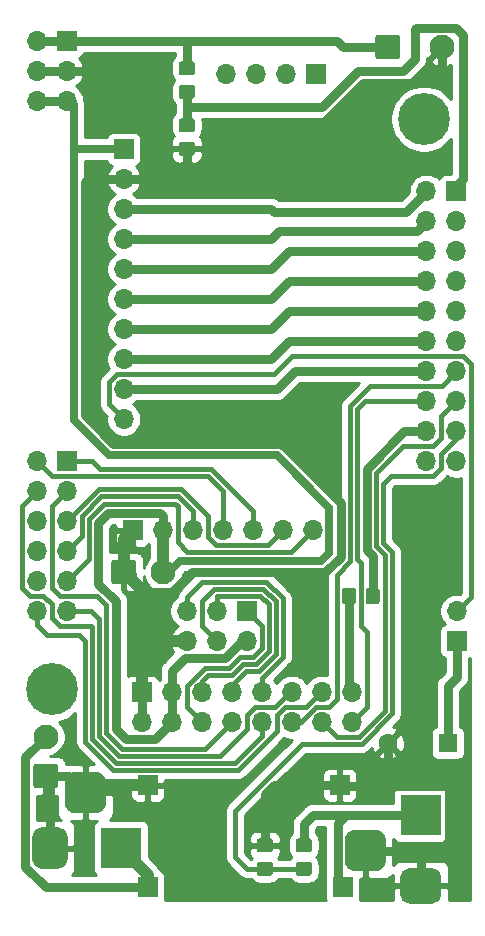
<source format=gbr>
%TF.GenerationSoftware,KiCad,Pcbnew,(5.1.7)-1*%
%TF.CreationDate,2023-12-15T12:51:46-07:00*%
%TF.ProjectId,AMPE32T30,414d5045-3332-4543-9330-2e6b69636164,rev?*%
%TF.SameCoordinates,PX76efc10PY5962530*%
%TF.FileFunction,Copper,L1,Top*%
%TF.FilePolarity,Positive*%
%FSLAX46Y46*%
G04 Gerber Fmt 4.6, Leading zero omitted, Abs format (unit mm)*
G04 Created by KiCad (PCBNEW (5.1.7)-1) date 2023-12-15 12:51:46*
%MOMM*%
%LPD*%
G01*
G04 APERTURE LIST*
%TA.AperFunction,ComponentPad*%
%ADD10C,4.400000*%
%TD*%
%TA.AperFunction,ComponentPad*%
%ADD11O,1.700000X1.700000*%
%TD*%
%TA.AperFunction,ComponentPad*%
%ADD12R,1.700000X1.700000*%
%TD*%
%TA.AperFunction,ComponentPad*%
%ADD13C,2.100000*%
%TD*%
%TA.AperFunction,ComponentPad*%
%ADD14R,3.500000X3.500000*%
%TD*%
%TA.AperFunction,ComponentPad*%
%ADD15C,1.600000*%
%TD*%
%TA.AperFunction,ComponentPad*%
%ADD16R,1.600000X1.600000*%
%TD*%
%TA.AperFunction,Conductor*%
%ADD17C,0.800000*%
%TD*%
%TA.AperFunction,Conductor*%
%ADD18C,0.700000*%
%TD*%
%TA.AperFunction,Conductor*%
%ADD19C,1.000000*%
%TD*%
%TA.AperFunction,Conductor*%
%ADD20C,0.400000*%
%TD*%
%TA.AperFunction,Conductor*%
%ADD21C,0.254000*%
%TD*%
%TA.AperFunction,Conductor*%
%ADD22C,0.100000*%
%TD*%
G04 APERTURE END LIST*
%TO.P,R4,1*%
%TO.N,/HVmon*%
%TA.AperFunction,SMDPad,CuDef*%
G36*
G01*
X24834001Y2718000D02*
X23933999Y2718000D01*
G75*
G02*
X23684000Y2967999I0J249999D01*
G01*
X23684000Y3668001D01*
G75*
G02*
X23933999Y3918000I249999J0D01*
G01*
X24834001Y3918000D01*
G75*
G02*
X25084000Y3668001I0J-249999D01*
G01*
X25084000Y2967999D01*
G75*
G02*
X24834001Y2718000I-249999J0D01*
G01*
G37*
%TD.AperFunction*%
%TO.P,R4,2*%
%TO.N,/HVIN*%
%TA.AperFunction,SMDPad,CuDef*%
G36*
G01*
X24834001Y4718000D02*
X23933999Y4718000D01*
G75*
G02*
X23684000Y4967999I0J249999D01*
G01*
X23684000Y5668001D01*
G75*
G02*
X23933999Y5918000I249999J0D01*
G01*
X24834001Y5918000D01*
G75*
G02*
X25084000Y5668001I0J-249999D01*
G01*
X25084000Y4967999D01*
G75*
G02*
X24834001Y4718000I-249999J0D01*
G01*
G37*
%TD.AperFunction*%
%TD*%
%TO.P,R5,2*%
%TO.N,/GND*%
%TA.AperFunction,SMDPad,CuDef*%
G36*
G01*
X21532001Y4718000D02*
X20631999Y4718000D01*
G75*
G02*
X20382000Y4967999I0J249999D01*
G01*
X20382000Y5668001D01*
G75*
G02*
X20631999Y5918000I249999J0D01*
G01*
X21532001Y5918000D01*
G75*
G02*
X21782000Y5668001I0J-249999D01*
G01*
X21782000Y4967999D01*
G75*
G02*
X21532001Y4718000I-249999J0D01*
G01*
G37*
%TD.AperFunction*%
%TO.P,R5,1*%
%TO.N,/HVmon*%
%TA.AperFunction,SMDPad,CuDef*%
G36*
G01*
X21532001Y2718000D02*
X20631999Y2718000D01*
G75*
G02*
X20382000Y2967999I0J249999D01*
G01*
X20382000Y3668001D01*
G75*
G02*
X20631999Y3918000I249999J0D01*
G01*
X21532001Y3918000D01*
G75*
G02*
X21782000Y3668001I0J-249999D01*
G01*
X21782000Y2967999D01*
G75*
G02*
X21532001Y2718000I-249999J0D01*
G01*
G37*
%TD.AperFunction*%
%TD*%
D10*
%TO.P,REF\u002A\u002A,1*%
%TO.N,N/C*%
X34544000Y66802000D03*
%TD*%
%TO.P,REF\u002A\u002A,1*%
%TO.N,N/C*%
X3048000Y18542000D03*
%TD*%
D11*
%TO.P,REF\u002A\u002A,4*%
%TO.N,N/C*%
X17780000Y70612000D03*
%TO.P,REF\u002A\u002A,3*%
X20320000Y70612000D03*
%TO.P,REF\u002A\u002A,2*%
X22860000Y70612000D03*
D12*
%TO.P,REF\u002A\u002A,1*%
X25400000Y70612000D03*
%TD*%
D13*
%TO.P,J17,2*%
%TO.N,/5V*%
X2540000Y14506000D03*
%TO.P,J17,1*%
%TO.N,/GND*%
%TA.AperFunction,ComponentPad*%
G36*
G01*
X3340000Y10126000D02*
X1740000Y10126000D01*
G75*
G02*
X1490000Y10376000I0J250000D01*
G01*
X1490000Y11976000D01*
G75*
G02*
X1740000Y12226000I250000J0D01*
G01*
X3340000Y12226000D01*
G75*
G02*
X3590000Y11976000I0J-250000D01*
G01*
X3590000Y10376000D01*
G75*
G02*
X3340000Y10126000I-250000J0D01*
G01*
G37*
%TD.AperFunction*%
%TD*%
%TO.P,J12,2*%
%TO.N,/5V*%
X12474000Y28448000D03*
%TO.P,J12,1*%
%TO.N,/GND*%
%TA.AperFunction,ComponentPad*%
G36*
G01*
X8094000Y27648000D02*
X8094000Y29248000D01*
G75*
G02*
X8344000Y29498000I250000J0D01*
G01*
X9944000Y29498000D01*
G75*
G02*
X10194000Y29248000I0J-250000D01*
G01*
X10194000Y27648000D01*
G75*
G02*
X9944000Y27398000I-250000J0D01*
G01*
X8344000Y27398000D01*
G75*
G02*
X8094000Y27648000I0J250000D01*
G01*
G37*
%TD.AperFunction*%
%TD*%
D12*
%TO.P,J16,1*%
%TO.N,/HVIN*%
X27686000Y1778000D03*
%TD*%
%TO.P,J15,1*%
%TO.N,/5V*%
X11176000Y1778000D03*
%TD*%
%TO.P,J14,1*%
%TO.N,/GND*%
X27432000Y10414000D03*
%TD*%
%TO.P,J13,1*%
%TO.N,/GND*%
X11176000Y10414000D03*
%TD*%
%TO.P,J10,3*%
%TO.N,/GND*%
%TA.AperFunction,ComponentPad*%
G36*
G01*
X30465000Y3124000D02*
X28715000Y3124000D01*
G75*
G02*
X27840000Y3999000I0J875000D01*
G01*
X27840000Y5749000D01*
G75*
G02*
X28715000Y6624000I875000J0D01*
G01*
X30465000Y6624000D01*
G75*
G02*
X31340000Y5749000I0J-875000D01*
G01*
X31340000Y3999000D01*
G75*
G02*
X30465000Y3124000I-875000J0D01*
G01*
G37*
%TD.AperFunction*%
%TO.P,J10,2*%
%TA.AperFunction,ComponentPad*%
G36*
G01*
X35290000Y374000D02*
X33290000Y374000D01*
G75*
G02*
X32540000Y1124000I0J750000D01*
G01*
X32540000Y2624000D01*
G75*
G02*
X33290000Y3374000I750000J0D01*
G01*
X35290000Y3374000D01*
G75*
G02*
X36040000Y2624000I0J-750000D01*
G01*
X36040000Y1124000D01*
G75*
G02*
X35290000Y374000I-750000J0D01*
G01*
G37*
%TD.AperFunction*%
D14*
%TO.P,J10,1*%
%TO.N,/HVIN*%
X34290000Y7874000D03*
%TD*%
%TO.P,J8,3*%
%TO.N,/GND*%
%TA.AperFunction,ComponentPad*%
G36*
G01*
X4140000Y8905000D02*
X4140000Y10655000D01*
G75*
G02*
X5015000Y11530000I875000J0D01*
G01*
X6765000Y11530000D01*
G75*
G02*
X7640000Y10655000I0J-875000D01*
G01*
X7640000Y8905000D01*
G75*
G02*
X6765000Y8030000I-875000J0D01*
G01*
X5015000Y8030000D01*
G75*
G02*
X4140000Y8905000I0J875000D01*
G01*
G37*
%TD.AperFunction*%
%TO.P,J8,2*%
%TA.AperFunction,ComponentPad*%
G36*
G01*
X1390000Y4080000D02*
X1390000Y6080000D01*
G75*
G02*
X2140000Y6830000I750000J0D01*
G01*
X3640000Y6830000D01*
G75*
G02*
X4390000Y6080000I0J-750000D01*
G01*
X4390000Y4080000D01*
G75*
G02*
X3640000Y3330000I-750000J0D01*
G01*
X2140000Y3330000D01*
G75*
G02*
X1390000Y4080000I0J750000D01*
G01*
G37*
%TD.AperFunction*%
%TO.P,J8,1*%
%TO.N,/5V*%
X8890000Y5080000D03*
%TD*%
D11*
%TO.P,J1,6*%
%TO.N,/5V*%
X1778000Y68326000D03*
%TO.P,J1,5*%
X4318000Y68326000D03*
%TO.P,J1,4*%
%TO.N,/GND*%
X1778000Y70866000D03*
%TO.P,J1,3*%
X4318000Y70866000D03*
%TO.P,J1,2*%
%TO.N,/VIN*%
X1778000Y73406000D03*
D12*
%TO.P,J1,1*%
X4318000Y73406000D03*
%TD*%
D11*
%TO.P,J6,20*%
%TO.N,Net-(J6-Pad20)*%
X34760000Y37846000D03*
%TO.P,J6,19*%
%TO.N,Net-(J6-Pad19)*%
X37300000Y37846000D03*
%TO.P,J6,18*%
%TO.N,/BLR*%
X34760000Y40386000D03*
%TO.P,J6,17*%
%TO.N,/HVmon*%
X37300000Y40386000D03*
%TO.P,J6,16*%
%TO.N,/LFT*%
X34760000Y42926000D03*
%TO.P,J6,15*%
%TO.N,/DW*%
X37300000Y42926000D03*
%TO.P,J6,14*%
%TO.N,/A13*%
X34760000Y45466000D03*
%TO.P,J6,13*%
%TO.N,/UP*%
X37300000Y45466000D03*
%TO.P,J6,12*%
%TO.N,/A11*%
X34760000Y48006000D03*
%TO.P,J6,11*%
%TO.N,Net-(J6-Pad11)*%
X37300000Y48006000D03*
%TO.P,J6,10*%
%TO.N,/A9*%
X34760000Y50546000D03*
%TO.P,J6,9*%
%TO.N,Net-(J6-Pad9)*%
X37300000Y50546000D03*
%TO.P,J6,8*%
%TO.N,/A7*%
X34760000Y53086000D03*
%TO.P,J6,7*%
%TO.N,Net-(J6-Pad7)*%
X37300000Y53086000D03*
%TO.P,J6,6*%
%TO.N,/A5*%
X34760000Y55626000D03*
%TO.P,J6,5*%
%TO.N,Net-(J6-Pad5)*%
X37300000Y55626000D03*
%TO.P,J6,4*%
%TO.N,/A3*%
X34760000Y58166000D03*
%TO.P,J6,3*%
%TO.N,Net-(J6-Pad3)*%
X37300000Y58166000D03*
%TO.P,J6,2*%
%TO.N,/A1*%
X34760000Y60706000D03*
D12*
%TO.P,J6,1*%
%TO.N,/Vmon*%
X37300000Y60706000D03*
%TD*%
D11*
%TO.P,J3,2*%
%TO.N,/D45*%
X37338000Y25146000D03*
D12*
%TO.P,J3,1*%
%TO.N,/BZ*%
X37338000Y22606000D03*
%TD*%
D11*
%TO.P,J7,12*%
%TO.N,/CS*%
X1778000Y25146000D03*
%TO.P,J7,11*%
%TO.N,/RS*%
X4318000Y25146000D03*
%TO.P,J7,10*%
%TO.N,Net-(J7-Pad10)*%
X1778000Y27686000D03*
%TO.P,J7,9*%
%TO.N,/M0*%
X4318000Y27686000D03*
%TO.P,J7,8*%
%TO.N,Net-(J7-Pad8)*%
X1778000Y30226000D03*
%TO.P,J7,7*%
%TO.N,/AUX*%
X4318000Y30226000D03*
%TO.P,J7,6*%
%TO.N,Net-(J7-Pad6)*%
X1778000Y32766000D03*
%TO.P,J7,5*%
%TO.N,/M1*%
X4318000Y32766000D03*
%TO.P,J7,4*%
%TO.N,/RT*%
X1778000Y35306000D03*
%TO.P,J7,3*%
%TO.N,/OK*%
X4318000Y35306000D03*
%TO.P,J7,2*%
%TO.N,/RXD*%
X1778000Y37846000D03*
D12*
%TO.P,J7,1*%
%TO.N,/TXD*%
X4318000Y37846000D03*
%TD*%
%TO.P,J11,1*%
%TO.N,/5V*%
X9144000Y64262000D03*
D11*
%TO.P,J11,2*%
%TO.N,/GND*%
X9144000Y61722000D03*
%TO.P,J11,3*%
%TO.N,/A1*%
X9144000Y59182000D03*
%TO.P,J11,4*%
%TO.N,/A3*%
X9144000Y56642000D03*
%TO.P,J11,5*%
%TO.N,/A5*%
X9144000Y54102000D03*
%TO.P,J11,6*%
%TO.N,/A7*%
X9144000Y51562000D03*
%TO.P,J11,7*%
%TO.N,/A9*%
X9144000Y49022000D03*
%TO.P,J11,8*%
%TO.N,/A11*%
X9144000Y46482000D03*
%TO.P,J11,9*%
%TO.N,/A13*%
X9144000Y43942000D03*
%TO.P,J11,10*%
%TO.N,/D45*%
X9144000Y41402000D03*
%TD*%
D13*
%TO.P,J9,2*%
%TO.N,/GND*%
X36096000Y72898000D03*
%TO.P,J9,1*%
%TO.N,/VIN*%
%TA.AperFunction,ComponentPad*%
G36*
G01*
X30446000Y72097999D02*
X30446000Y73698001D01*
G75*
G02*
X30695999Y73948000I249999J0D01*
G01*
X32296001Y73948000D01*
G75*
G02*
X32546000Y73698001I0J-249999D01*
G01*
X32546000Y72097999D01*
G75*
G02*
X32296001Y71848000I-249999J0D01*
G01*
X30695999Y71848000D01*
G75*
G02*
X30446000Y72097999I0J249999D01*
G01*
G37*
%TD.AperFunction*%
%TD*%
D15*
%TO.P,BZ1,2*%
%TO.N,/GND*%
X31496000Y13970000D03*
D16*
%TO.P,BZ1,1*%
%TO.N,/BZ*%
X36576000Y13970000D03*
%TD*%
D11*
%TO.P,J2,6*%
%TO.N,/GND*%
X14478000Y22606000D03*
%TO.P,J2,5*%
%TO.N,/RES*%
X14478000Y25146000D03*
%TO.P,J2,4*%
%TO.N,/SDA*%
X17018000Y22606000D03*
%TO.P,J2,3*%
%TO.N,/SCK*%
X17018000Y25146000D03*
%TO.P,J2,2*%
%TO.N,/5V*%
X19558000Y22606000D03*
D12*
%TO.P,J2,1*%
%TO.N,/SET*%
X19558000Y25146000D03*
%TD*%
%TO.P,R3,2*%
%TO.N,/BL*%
%TA.AperFunction,SMDPad,CuDef*%
G36*
G01*
X28810000Y26866001D02*
X28810000Y25965999D01*
G75*
G02*
X28560001Y25716000I-249999J0D01*
G01*
X27859999Y25716000D01*
G75*
G02*
X27610000Y25965999I0J249999D01*
G01*
X27610000Y26866001D01*
G75*
G02*
X27859999Y27116000I249999J0D01*
G01*
X28560001Y27116000D01*
G75*
G02*
X28810000Y26866001I0J-249999D01*
G01*
G37*
%TD.AperFunction*%
%TO.P,R3,1*%
%TO.N,/BLR*%
%TA.AperFunction,SMDPad,CuDef*%
G36*
G01*
X30810000Y26866001D02*
X30810000Y25965999D01*
G75*
G02*
X30560001Y25716000I-249999J0D01*
G01*
X29859999Y25716000D01*
G75*
G02*
X29610000Y25965999I0J249999D01*
G01*
X29610000Y26866001D01*
G75*
G02*
X29859999Y27116000I249999J0D01*
G01*
X30560001Y27116000D01*
G75*
G02*
X30810000Y26866001I0J-249999D01*
G01*
G37*
%TD.AperFunction*%
%TD*%
%TO.P,R2,2*%
%TO.N,/Vmon*%
%TA.AperFunction,SMDPad,CuDef*%
G36*
G01*
X14928001Y65678000D02*
X14027999Y65678000D01*
G75*
G02*
X13778000Y65927999I0J249999D01*
G01*
X13778000Y66628001D01*
G75*
G02*
X14027999Y66878000I249999J0D01*
G01*
X14928001Y66878000D01*
G75*
G02*
X15178000Y66628001I0J-249999D01*
G01*
X15178000Y65927999D01*
G75*
G02*
X14928001Y65678000I-249999J0D01*
G01*
G37*
%TD.AperFunction*%
%TO.P,R2,1*%
%TO.N,/GND*%
%TA.AperFunction,SMDPad,CuDef*%
G36*
G01*
X14928001Y63678000D02*
X14027999Y63678000D01*
G75*
G02*
X13778000Y63927999I0J249999D01*
G01*
X13778000Y64628001D01*
G75*
G02*
X14027999Y64878000I249999J0D01*
G01*
X14928001Y64878000D01*
G75*
G02*
X15178000Y64628001I0J-249999D01*
G01*
X15178000Y63927999D01*
G75*
G02*
X14928001Y63678000I-249999J0D01*
G01*
G37*
%TD.AperFunction*%
%TD*%
%TO.P,R1,2*%
%TO.N,/VIN*%
%TA.AperFunction,SMDPad,CuDef*%
G36*
G01*
X14928001Y70504000D02*
X14027999Y70504000D01*
G75*
G02*
X13778000Y70753999I0J249999D01*
G01*
X13778000Y71454001D01*
G75*
G02*
X14027999Y71704000I249999J0D01*
G01*
X14928001Y71704000D01*
G75*
G02*
X15178000Y71454001I0J-249999D01*
G01*
X15178000Y70753999D01*
G75*
G02*
X14928001Y70504000I-249999J0D01*
G01*
G37*
%TD.AperFunction*%
%TO.P,R1,1*%
%TO.N,/Vmon*%
%TA.AperFunction,SMDPad,CuDef*%
G36*
G01*
X14928001Y68504000D02*
X14027999Y68504000D01*
G75*
G02*
X13778000Y68753999I0J249999D01*
G01*
X13778000Y69454001D01*
G75*
G02*
X14027999Y69704000I249999J0D01*
G01*
X14928001Y69704000D01*
G75*
G02*
X15178000Y69454001I0J-249999D01*
G01*
X15178000Y68753999D01*
G75*
G02*
X14928001Y68504000I-249999J0D01*
G01*
G37*
%TD.AperFunction*%
%TD*%
D11*
%TO.P,J4,7*%
%TO.N,/M0*%
X25146000Y32004000D03*
%TO.P,J4,6*%
%TO.N,/M1*%
X22606000Y32004000D03*
%TO.P,J4,5*%
%TO.N,/TXD*%
X20066000Y32004000D03*
%TO.P,J4,4*%
%TO.N,/RXD*%
X17526000Y32004000D03*
%TO.P,J4,3*%
%TO.N,/AUX*%
X14986000Y32004000D03*
%TO.P,J4,2*%
%TO.N,/5V*%
X12446000Y32004000D03*
D12*
%TO.P,J4,1*%
%TO.N,/GND*%
X9906000Y32004000D03*
%TD*%
%TO.P,J5,1*%
%TO.N,/GND*%
X10668000Y18288000D03*
D11*
%TO.P,J5,2*%
X10668000Y15748000D03*
%TO.P,J5,3*%
%TO.N,/5V*%
X13208000Y18288000D03*
%TO.P,J5,4*%
X13208000Y15748000D03*
%TO.P,J5,5*%
%TO.N,/SCK*%
X15748000Y18288000D03*
%TO.P,J5,6*%
%TO.N,/SET*%
X15748000Y15748000D03*
%TO.P,J5,7*%
%TO.N,/SDA*%
X18288000Y18288000D03*
%TO.P,J5,8*%
%TO.N,/OK*%
X18288000Y15748000D03*
%TO.P,J5,9*%
%TO.N,/RES*%
X20828000Y18288000D03*
%TO.P,J5,10*%
%TO.N,/RT*%
X20828000Y15748000D03*
%TO.P,J5,11*%
%TO.N,/RS*%
X23368000Y18288000D03*
%TO.P,J5,12*%
%TO.N,/UP*%
X23368000Y15748000D03*
%TO.P,J5,13*%
%TO.N,/CS*%
X25908000Y18288000D03*
%TO.P,J5,14*%
%TO.N,/DW*%
X25908000Y15748000D03*
%TO.P,J5,15*%
%TO.N,/BL*%
X28448000Y18288000D03*
%TO.P,J5,16*%
%TO.N,/LFT*%
X28448000Y15748000D03*
%TD*%
D17*
%TO.N,/GND*%
X1778000Y70866000D02*
X4318000Y70866000D01*
X9144000Y61722000D02*
X10668000Y61722000D01*
X11684000Y61722000D02*
X9144000Y61722000D01*
X36096000Y72898000D02*
X36096000Y72781773D01*
X21226226Y61722000D02*
X29370216Y69865990D01*
X29370216Y69865990D02*
X35321990Y69865990D01*
X35321990Y69865990D02*
X36096000Y70640000D01*
X14478000Y61976000D02*
X14224000Y61722000D01*
X14478000Y64278000D02*
X14478000Y61976000D01*
X14224000Y61722000D02*
X21226226Y61722000D01*
X11684000Y61722000D02*
X14224000Y61722000D01*
X36096000Y72898000D02*
X36096000Y70640000D01*
X8267506Y39304010D02*
X22491507Y39304010D01*
X5842000Y41729516D02*
X8267506Y39304010D01*
X22491507Y39304010D02*
X23048010Y38747506D01*
X4318000Y70866000D02*
X7874000Y70866000D01*
X11684000Y67056000D02*
X11684000Y61722000D01*
X7874000Y70866000D02*
X11684000Y67056000D01*
X6096000Y61722000D02*
X5842000Y61468000D01*
X9144000Y61722000D02*
X6096000Y61722000D01*
X5842000Y61468000D02*
X5842000Y41729516D01*
D18*
X9906000Y32004000D02*
X9398000Y32004000D01*
X9906000Y28194000D02*
X9652000Y28448000D01*
D19*
X9144000Y31242000D02*
X9906000Y32004000D01*
X9144000Y28448000D02*
X9144000Y31242000D01*
X9144000Y28448000D02*
X10668000Y26924000D01*
X10922000Y22606000D02*
X10668000Y22352000D01*
X14478000Y22606000D02*
X10922000Y22606000D01*
X10668000Y22352000D02*
X10668000Y18288000D01*
X10668000Y26924000D02*
X10668000Y22352000D01*
D17*
X10794001Y26797999D02*
X9144000Y28448000D01*
X14884031Y28416029D02*
X13266001Y26797999D01*
X13266001Y26797999D02*
X10794001Y26797999D01*
X26203546Y28416029D02*
X14884031Y28416029D01*
X27496011Y29708494D02*
X26203546Y28416029D01*
X27496011Y34299506D02*
X27496011Y29708494D01*
X23048010Y38747506D02*
X27496011Y34299506D01*
D19*
X6524000Y10414000D02*
X5890000Y9780000D01*
X11176000Y10414000D02*
X6524000Y10414000D01*
D17*
X4494000Y11176000D02*
X5890000Y9780000D01*
X2540000Y11176000D02*
X4494000Y11176000D01*
X2890000Y10826000D02*
X2540000Y11176000D01*
X2890000Y5080000D02*
X2890000Y10826000D01*
X27470010Y10375990D02*
X27432000Y10414000D01*
X36640001Y10104001D02*
X36368012Y10375990D01*
X36640001Y5643999D02*
X36640001Y10104001D01*
X35870002Y4874000D02*
X36640001Y5643999D01*
X34290000Y4572000D02*
X33988000Y4874000D01*
X34290000Y1874000D02*
X34290000Y4572000D01*
X33988000Y4874000D02*
X35870002Y4874000D01*
X29590000Y4874000D02*
X33988000Y4874000D01*
X34290000Y1874000D02*
X34290000Y1778000D01*
X27432000Y10414000D02*
X21844000Y10414000D01*
X21082000Y9652000D02*
X21082000Y5318000D01*
X21844000Y10414000D02*
X21082000Y9652000D01*
X31496000Y10668000D02*
X31788010Y10375990D01*
X31496000Y13970000D02*
X31496000Y10668000D01*
X31788010Y10375990D02*
X27470010Y10375990D01*
X36368012Y10375990D02*
X31788010Y10375990D01*
X10668000Y15748000D02*
X10668000Y18288000D01*
%TO.N,/5V*%
X1778000Y68326000D02*
X4318000Y68326000D01*
X12358001Y31916001D02*
X12446000Y32004000D01*
X12446000Y32244002D02*
X12446000Y32004000D01*
X13208000Y18288000D02*
X13208000Y15748000D01*
X19558000Y22606000D02*
X19304000Y22606000D01*
X13208000Y20066000D02*
X13208000Y18288000D01*
X14297999Y21155999D02*
X13208000Y20066000D01*
X17714001Y21155999D02*
X14297999Y21155999D01*
X19164002Y22606000D02*
X17714001Y21155999D01*
X19558000Y22606000D02*
X19164002Y22606000D01*
D18*
X22098000Y38354000D02*
X26546001Y33905999D01*
X7874000Y38354000D02*
X22098000Y38354000D01*
X4891990Y41336010D02*
X7874000Y38354000D01*
X26546001Y33905999D02*
X26546001Y30102001D01*
X4572000Y68326000D02*
X4891990Y68006010D01*
X26546001Y30102001D02*
X25847980Y29403980D01*
X4318000Y68326000D02*
X4572000Y68326000D01*
X4957980Y64262000D02*
X4891990Y64327990D01*
X9144000Y64262000D02*
X4957980Y64262000D01*
X4891990Y64327990D02*
X4891990Y41336010D01*
X4891990Y68006010D02*
X4891990Y64327990D01*
D19*
X12446000Y28984000D02*
X12982000Y28448000D01*
D18*
X13937980Y29403980D02*
X12982000Y28448000D01*
X25847980Y29403980D02*
X13937980Y29403980D01*
D19*
X12446000Y28476000D02*
X12474000Y28448000D01*
X12446000Y32004000D02*
X12446000Y28476000D01*
X11176000Y2794000D02*
X8890000Y5080000D01*
X11176000Y1778000D02*
X11176000Y2794000D01*
D17*
X12198080Y33454001D02*
X7834469Y33454001D01*
X12446000Y33206081D02*
X12198080Y33454001D01*
X12446000Y32004000D02*
X12446000Y33206081D01*
X6968021Y32587553D02*
X6968021Y27473352D01*
X7834469Y33454001D02*
X6968021Y32587553D01*
X8455999Y25985374D02*
X8455999Y15179999D01*
X6968021Y27473352D02*
X8455999Y25985374D01*
X11757999Y14297999D02*
X13208000Y15748000D01*
X9337999Y14297999D02*
X11757999Y14297999D01*
X8455999Y15179999D02*
X9337999Y14297999D01*
X2532796Y1778000D02*
X11176000Y1778000D01*
X789990Y3520806D02*
X2532796Y1778000D01*
X789990Y12755990D02*
X789990Y3520806D01*
X2540000Y14506000D02*
X789990Y12755990D01*
%TO.N,/VIN*%
X1778000Y73406000D02*
X4318000Y73406000D01*
X27686000Y72898000D02*
X27178000Y73406000D01*
X14478000Y73152000D02*
X14224000Y73406000D01*
X14478000Y71104000D02*
X14478000Y73152000D01*
X14224000Y73406000D02*
X27178000Y73406000D01*
X4318000Y73406000D02*
X14224000Y73406000D01*
X27686000Y72898000D02*
X31496000Y72898000D01*
D20*
%TO.N,/RES*%
X20828000Y19480373D02*
X20828000Y18288000D01*
X22608028Y21260403D02*
X20828000Y19480373D01*
X22608029Y26213055D02*
X22608028Y21260403D01*
X21205067Y27616019D02*
X22608029Y26213055D01*
X15745939Y27616020D02*
X21205067Y27616019D01*
X14478000Y26348081D02*
X15745939Y27616020D01*
X14478000Y25146000D02*
X14478000Y26348081D01*
%TO.N,/SDA*%
X17018000Y22733000D02*
X17018000Y22606000D01*
X17018000Y22606000D02*
X15767999Y23856001D01*
X18288000Y18288000D02*
X18288000Y18901530D01*
X18288000Y18901530D02*
X19462449Y20075979D01*
X19462449Y20075979D02*
X20575066Y20075980D01*
X15767999Y26014541D02*
X15767999Y25927999D01*
X16769468Y27016010D02*
X15767999Y26014541D01*
X20956534Y27016010D02*
X16769468Y27016010D01*
X22008020Y25964524D02*
X20956534Y27016010D01*
X22008019Y21508935D02*
X22008020Y25964524D01*
X20575066Y20075980D02*
X22008019Y21508935D01*
X15767999Y23856001D02*
X15767999Y25927999D01*
%TO.N,/SCK*%
X18293907Y19755979D02*
X16286521Y19755979D01*
X19213917Y20675989D02*
X18293907Y19755979D01*
X16286521Y19755979D02*
X15748000Y19217458D01*
X15748000Y19217458D02*
X15748000Y18288000D01*
X17018000Y25146000D02*
X17018000Y26416000D01*
X20326533Y20675989D02*
X19213917Y20675989D01*
X21408010Y21757466D02*
X20326533Y20675989D01*
X21408011Y25715991D02*
X21408010Y21757466D01*
X20708002Y26416000D02*
X21408011Y25715991D01*
X17018000Y26416000D02*
X20708002Y26416000D01*
%TO.N,/RS*%
X6350000Y25146000D02*
X4318000Y25146000D01*
X7055979Y24440021D02*
X6350000Y25146000D01*
X7055979Y14600093D02*
X7055979Y24440021D01*
X8758092Y12897980D02*
X7055979Y14600093D01*
X17287982Y12897980D02*
X8758092Y12897980D01*
X19538001Y15147999D02*
X17287982Y12897980D01*
X19538001Y16308003D02*
X19538001Y15147999D01*
X20227999Y16998001D02*
X19538001Y16308003D01*
X23209456Y18288000D02*
X23368000Y18288000D01*
X21919457Y16998001D02*
X23209456Y18288000D01*
X20227999Y16998001D02*
X21919457Y16998001D01*
%TO.N,/CS*%
X25821458Y18288000D02*
X25908000Y18288000D01*
X22807997Y17037999D02*
X24571457Y17037999D01*
X22098000Y16328002D02*
X22807997Y17037999D01*
X18828585Y11697962D02*
X22098000Y14967377D01*
X22098000Y14967377D02*
X22098000Y16328002D01*
X8261029Y11697961D02*
X18828585Y11697962D01*
X5855961Y14103027D02*
X8261029Y11697961D01*
X5855961Y22592039D02*
X5855961Y14103027D01*
X5334000Y23114000D02*
X5855961Y22592039D01*
X2607919Y23114000D02*
X5334000Y23114000D01*
X1778000Y23943919D02*
X2607919Y23114000D01*
X24571457Y17037999D02*
X25821458Y18288000D01*
X1778000Y25146000D02*
X1778000Y23943919D01*
%TO.N,/M0*%
X6168011Y32918927D02*
X6168011Y29536011D01*
X7503095Y34254011D02*
X6168011Y32918927D01*
X6168011Y29536011D02*
X4318000Y27686000D01*
X13497989Y34254011D02*
X7503095Y34254011D01*
X13696001Y34055999D02*
X13497989Y34254011D01*
X14510012Y30153990D02*
X13696001Y30968001D01*
X13696001Y30968001D02*
X13696001Y34055999D01*
X23295990Y30153990D02*
X14510012Y30153990D01*
X25146000Y32004000D02*
X23295990Y30153990D01*
%TO.N,/M1*%
X11832029Y35454029D02*
X7006029Y35454029D01*
X11832031Y35454031D02*
X11832029Y35454029D01*
X13995053Y35454031D02*
X11832031Y35454031D01*
X16236001Y31443997D02*
X16236001Y33213083D01*
X16236001Y33213083D02*
X13995053Y35454031D01*
X16925999Y30753999D02*
X16236001Y31443997D01*
X21355999Y30753999D02*
X16925999Y30753999D01*
X7006029Y35454029D02*
X4318000Y32766000D01*
X22606000Y32004000D02*
X21355999Y30753999D01*
%TO.N,/TXD*%
X4318000Y37846000D02*
X6422011Y37846000D01*
X20066000Y33614542D02*
X20066000Y32004000D01*
X16524532Y37156010D02*
X20066000Y33614542D01*
X7112000Y37156011D02*
X16524532Y37156010D01*
X6422011Y37846000D02*
X7112000Y37156011D01*
%TO.N,/RXD*%
X1778000Y37846000D02*
X3067999Y36556001D01*
X3067999Y36556001D02*
X16275999Y36556001D01*
X16275999Y36556001D02*
X17526000Y35306000D01*
X17526000Y35306000D02*
X17526000Y32004000D01*
%TO.N,/AUX*%
X5568001Y33167459D02*
X5568001Y31476001D01*
X5568001Y31476001D02*
X4318000Y30226000D01*
X13746521Y34854021D02*
X7254562Y34854020D01*
X14986000Y33614542D02*
X13746521Y34854021D01*
X7254562Y34854020D02*
X5568001Y33167459D01*
X14986000Y32004000D02*
X14986000Y33614542D01*
D17*
%TO.N,/BL*%
X28210000Y18526000D02*
X28448000Y18288000D01*
X28210000Y26416000D02*
X28210000Y18526000D01*
%TO.N,/BZ*%
X37338000Y22606000D02*
X37338000Y19558000D01*
X36576000Y18796000D02*
X36576000Y16510000D01*
X37338000Y19558000D02*
X36576000Y18796000D01*
X36576000Y16510000D02*
X36576000Y13970000D01*
%TO.N,/A1*%
X21590000Y59182000D02*
X9144000Y59182000D01*
X21850001Y58921999D02*
X21590000Y59182000D01*
X33013999Y58921999D02*
X21850001Y58921999D01*
X34798000Y60706000D02*
X33013999Y58921999D01*
%TO.N,/A13*%
X19050000Y43942000D02*
X9144000Y43942000D01*
X22098000Y43942000D02*
X19050000Y43942000D01*
X23622000Y45466000D02*
X22098000Y43942000D01*
X34798000Y45466000D02*
X23622000Y45466000D01*
%TO.N,/A11*%
X21590000Y46482000D02*
X9144000Y46482000D01*
X23114000Y48006000D02*
X21590000Y46482000D01*
X34798000Y48006000D02*
X23114000Y48006000D01*
%TO.N,/A9*%
X21590000Y49022000D02*
X9144000Y49022000D01*
X23114000Y50546000D02*
X21590000Y49022000D01*
X34798000Y50546000D02*
X23114000Y50546000D01*
%TO.N,/A7*%
X21590000Y51562000D02*
X9144000Y51562000D01*
X23114000Y53086000D02*
X21590000Y51562000D01*
X34798000Y53086000D02*
X23114000Y53086000D01*
%TO.N,/A5*%
X21590000Y54102000D02*
X9144000Y54102000D01*
X23114000Y55626000D02*
X21590000Y54102000D01*
X34798000Y55626000D02*
X23114000Y55626000D01*
%TO.N,/A3*%
X21590000Y56642000D02*
X9144000Y56642000D01*
X22264001Y57316001D02*
X21590000Y56642000D01*
X33948001Y57316001D02*
X22264001Y57316001D01*
X34798000Y58166000D02*
X33948001Y57316001D01*
D20*
%TO.N,/D45*%
X38550001Y26358001D02*
X37338000Y25146000D01*
X37900001Y46716001D02*
X38550001Y46066001D01*
X23348001Y46716001D02*
X37900001Y46716001D01*
X21824001Y45192001D02*
X23348001Y46716001D01*
X7893999Y44542001D02*
X8543999Y45192001D01*
X38550001Y46066001D02*
X38550001Y26358001D01*
X7893999Y42652001D02*
X7893999Y44542001D01*
X8543999Y45192001D02*
X21824001Y45192001D01*
X9144000Y41402000D02*
X7893999Y42652001D01*
D17*
%TO.N,/BLR*%
X30210000Y26416000D02*
X30210000Y29810018D01*
X30210000Y29810018D02*
X29696041Y30323977D01*
X32904616Y40386000D02*
X34760000Y40386000D01*
X29696041Y37177425D02*
X32904616Y40386000D01*
X29696041Y30323977D02*
X29696041Y37177425D01*
%TO.N,/Vmon*%
X33782000Y71882000D02*
X32766000Y70866000D01*
X37852001Y73944097D02*
X37248088Y74548010D01*
X37852001Y61728001D02*
X37852001Y73944097D01*
X36830000Y60706000D02*
X37852001Y61728001D01*
X37248088Y74548010D02*
X33908010Y74548010D01*
X33782000Y74422000D02*
X33782000Y71882000D01*
X33908010Y74548010D02*
X33782000Y74422000D01*
X14478000Y67818000D02*
X25908000Y67818000D01*
X14478000Y69104000D02*
X14478000Y67818000D01*
X14478000Y67818000D02*
X14478000Y66278000D01*
X28956000Y70866000D02*
X32766000Y70866000D01*
X25908000Y67818000D02*
X28956000Y70866000D01*
D20*
%TO.N,/SET*%
X14497999Y18815999D02*
X14497999Y16998001D01*
X16037989Y20355989D02*
X14497999Y18815999D01*
X18045375Y20355989D02*
X16037989Y20355989D01*
X20078001Y21275999D02*
X18965385Y21275999D01*
X20808001Y22005999D02*
X20078001Y21275999D01*
X14497999Y16998001D02*
X15748000Y15748000D01*
X20808001Y23895999D02*
X20808001Y22005999D01*
X18965385Y21275999D02*
X18045375Y20355989D01*
X19558000Y25146000D02*
X20808001Y23895999D01*
%TO.N,/OK*%
X3067999Y34055999D02*
X3067999Y27085999D01*
X4318000Y35306000D02*
X3067999Y34055999D01*
X18288000Y15748000D02*
X16037989Y13497989D01*
X9006625Y13497989D02*
X7655989Y14848625D01*
X16037989Y13497989D02*
X9006625Y13497989D01*
X7655989Y14848625D02*
X7655989Y25654000D01*
X7655989Y25654000D02*
X6893989Y26416000D01*
X3737998Y26416000D02*
X3067999Y27085999D01*
X6893989Y26416000D02*
X3737998Y26416000D01*
%TO.N,/RT*%
X527999Y34055999D02*
X527999Y27085999D01*
X1778000Y35306000D02*
X527999Y34055999D01*
X2338003Y26435999D02*
X3048000Y25726002D01*
X1177999Y26435999D02*
X2338003Y26435999D01*
X527999Y27085999D02*
X1177999Y26435999D01*
X3048000Y24565998D02*
X3737998Y23876000D01*
X3048000Y25726002D02*
X3048000Y24565998D01*
X6350000Y23876000D02*
X6455969Y23770031D01*
X3737998Y23876000D02*
X6350000Y23876000D01*
X20828000Y14545919D02*
X20828000Y15748000D01*
X18580052Y12297971D02*
X20828000Y14545919D01*
X8509560Y12297970D02*
X18580052Y12297971D01*
X6455970Y14351560D02*
X8509560Y12297970D01*
X6455969Y23770031D02*
X6455970Y14351560D01*
%TO.N,/UP*%
X37300000Y45466000D02*
X36049999Y44215999D01*
X36049999Y44215999D02*
X32023999Y44215999D01*
X29991999Y44215999D02*
X32023999Y44215999D01*
X28296021Y29377120D02*
X28296021Y42520021D01*
X28296021Y42520021D02*
X29991999Y44215999D01*
X27158001Y17687999D02*
X27158001Y28239100D01*
X26488002Y17018000D02*
X27158001Y17687999D01*
X27158001Y28239100D02*
X28296021Y29377120D01*
X25400000Y17018000D02*
X26488002Y17018000D01*
X24130000Y15748000D02*
X25400000Y17018000D01*
X23368000Y15748000D02*
X24130000Y15748000D01*
%TO.N,/DW*%
X27158001Y14497999D02*
X29048001Y14497999D01*
X25908000Y15748000D02*
X27158001Y14497999D01*
X35320003Y39096001D02*
X32746001Y39096001D01*
X36010001Y39785999D02*
X35320003Y39096001D01*
X36010001Y41636001D02*
X36010001Y39785999D01*
X37300000Y42926000D02*
X36010001Y41636001D01*
X32746001Y39096001D02*
X30496051Y36846051D01*
X31278001Y29873401D02*
X31278001Y16727999D01*
X30496051Y30655351D02*
X31278001Y29873401D01*
X30496051Y36846051D02*
X30496051Y30655351D01*
X29048001Y14497999D02*
X31278001Y16727999D01*
%TO.N,/LFT*%
X34760000Y42926000D02*
X31842010Y42926000D01*
X29210000Y29210000D02*
X28896031Y29523969D01*
X29210000Y23876000D02*
X29210000Y29210000D01*
X29698001Y23387999D02*
X29210000Y23876000D01*
X29698001Y16998001D02*
X29698001Y23387999D01*
X28448000Y15748000D02*
X29698001Y16998001D01*
X28896031Y29523969D02*
X28896031Y42271489D01*
X29550542Y42926000D02*
X31842010Y42926000D01*
X28896031Y42271489D02*
X29550542Y42926000D01*
D17*
%TO.N,/HVIN*%
X34290000Y7874000D02*
X27940000Y7874000D01*
X27239990Y2224010D02*
X27686000Y1778000D01*
X27239990Y7173990D02*
X27239990Y2224010D01*
X27940000Y7874000D02*
X27239990Y7173990D01*
X24384000Y5318000D02*
X24384000Y7112000D01*
X25146000Y7874000D02*
X27940000Y7874000D01*
X24384000Y7112000D02*
X25146000Y7874000D01*
D20*
%TO.N,/HVmon*%
X21082000Y3318000D02*
X24384000Y3318000D01*
X37300000Y39696002D02*
X37300000Y40386000D01*
X19542000Y3318000D02*
X18542000Y4318000D01*
X18542000Y8243384D02*
X24196605Y13897989D01*
X36010001Y38406003D02*
X37300000Y39696002D01*
X18542000Y4318000D02*
X18542000Y8243384D01*
X24196605Y13897989D02*
X29296533Y13897989D01*
X21082000Y3318000D02*
X19542000Y3318000D01*
X36010001Y37245999D02*
X36010001Y38406003D01*
X29296533Y13897989D02*
X31878010Y16479466D01*
X31878010Y16479466D02*
X31878011Y30121933D01*
X31878011Y30121933D02*
X31096061Y30903883D01*
X31096061Y30903883D02*
X31096061Y35922061D01*
X31096061Y35922061D02*
X31750000Y36576000D01*
X31750000Y36576000D02*
X35340002Y36576000D01*
X35340002Y36576000D02*
X36010001Y37245999D01*
%TD*%
D21*
%TO.N,/GND*%
X36596589Y36530010D02*
X36866842Y36418068D01*
X37153740Y36361000D01*
X37446260Y36361000D01*
X37715001Y36414456D01*
X37715002Y26703870D01*
X37615939Y26604807D01*
X37484260Y26631000D01*
X37191740Y26631000D01*
X36904842Y26573932D01*
X36634589Y26461990D01*
X36391368Y26299475D01*
X36184525Y26092632D01*
X36022010Y25849411D01*
X35910068Y25579158D01*
X35853000Y25292260D01*
X35853000Y24999740D01*
X35910068Y24712842D01*
X36022010Y24442589D01*
X36184525Y24199368D01*
X36316380Y24067513D01*
X36243820Y24045502D01*
X36133506Y23986537D01*
X36036815Y23907185D01*
X35957463Y23810494D01*
X35898498Y23700180D01*
X35862188Y23580482D01*
X35849928Y23456000D01*
X35849928Y21756000D01*
X35862188Y21631518D01*
X35898498Y21511820D01*
X35957463Y21401506D01*
X36036815Y21304815D01*
X36133506Y21225463D01*
X36243820Y21166498D01*
X36303000Y21148546D01*
X36303001Y19986711D01*
X35880097Y19563807D01*
X35840604Y19531396D01*
X35711266Y19373797D01*
X35615159Y19193992D01*
X35555976Y18998894D01*
X35541000Y18846837D01*
X35541000Y18846828D01*
X35535994Y18796000D01*
X35541000Y18745172D01*
X35541001Y16560847D01*
X35541000Y16560837D01*
X35541000Y15362287D01*
X35531820Y15359502D01*
X35421506Y15300537D01*
X35324815Y15221185D01*
X35245463Y15124494D01*
X35186498Y15014180D01*
X35150188Y14894482D01*
X35137928Y14770000D01*
X35137928Y13170000D01*
X35150188Y13045518D01*
X35186498Y12925820D01*
X35245463Y12815506D01*
X35324815Y12718815D01*
X35421506Y12639463D01*
X35531820Y12580498D01*
X35651518Y12544188D01*
X35776000Y12531928D01*
X37376000Y12531928D01*
X37500482Y12544188D01*
X37620180Y12580498D01*
X37730494Y12639463D01*
X37827185Y12718815D01*
X37906537Y12815506D01*
X37965502Y12925820D01*
X38001812Y13045518D01*
X38014072Y13170000D01*
X38014072Y14770000D01*
X38001812Y14894482D01*
X37965502Y15014180D01*
X37906537Y15124494D01*
X37827185Y15221185D01*
X37730494Y15300537D01*
X37620180Y15359502D01*
X37611000Y15362287D01*
X37611000Y18367290D01*
X38033908Y18790197D01*
X38073396Y18822604D01*
X38138169Y18901530D01*
X38202734Y18980202D01*
X38286589Y19137085D01*
X38298841Y19160007D01*
X38358024Y19355105D01*
X38373000Y19507162D01*
X38373000Y19507165D01*
X38378007Y19558000D01*
X38373000Y19608835D01*
X38373000Y21148546D01*
X38432180Y21166498D01*
X38456001Y21179231D01*
X38456001Y660000D01*
X36677348Y660000D01*
X36675000Y1588250D01*
X36516250Y1747000D01*
X34417000Y1747000D01*
X34417000Y1727000D01*
X34163000Y1727000D01*
X34163000Y1747000D01*
X32063750Y1747000D01*
X31905000Y1588250D01*
X31902652Y660000D01*
X29112770Y660000D01*
X29125502Y683820D01*
X29161812Y803518D01*
X29174072Y928000D01*
X29174072Y2488727D01*
X29304250Y2489000D01*
X29463000Y2647750D01*
X29463000Y4747000D01*
X29717000Y4747000D01*
X29717000Y2647750D01*
X29875750Y2489000D01*
X31340000Y2485928D01*
X31464482Y2498188D01*
X31584180Y2534498D01*
X31694494Y2593463D01*
X31791185Y2672815D01*
X31870537Y2769506D01*
X31903302Y2830805D01*
X31905000Y2159750D01*
X32063750Y2001000D01*
X34163000Y2001000D01*
X34163000Y3850250D01*
X34417000Y3850250D01*
X34417000Y2001000D01*
X36516250Y2001000D01*
X36675000Y2159750D01*
X36678072Y3374000D01*
X36665812Y3498482D01*
X36629502Y3618180D01*
X36570537Y3728494D01*
X36491185Y3825185D01*
X36394494Y3904537D01*
X36284180Y3963502D01*
X36164482Y3999812D01*
X36040000Y4012072D01*
X34575750Y4009000D01*
X34417000Y3850250D01*
X34163000Y3850250D01*
X34004250Y4009000D01*
X32540000Y4012072D01*
X32415518Y3999812D01*
X32295820Y3963502D01*
X32185506Y3904537D01*
X32088815Y3825185D01*
X32009463Y3728494D01*
X31976931Y3667633D01*
X31975000Y4588250D01*
X31816250Y4747000D01*
X29717000Y4747000D01*
X29463000Y4747000D01*
X29443000Y4747000D01*
X29443000Y5001000D01*
X29463000Y5001000D01*
X29463000Y5021000D01*
X29717000Y5021000D01*
X29717000Y5001000D01*
X31816250Y5001000D01*
X31975000Y5159750D01*
X31976409Y5831345D01*
X32009463Y5769506D01*
X32088815Y5672815D01*
X32185506Y5593463D01*
X32295820Y5534498D01*
X32415518Y5498188D01*
X32540000Y5485928D01*
X36040000Y5485928D01*
X36164482Y5498188D01*
X36284180Y5534498D01*
X36394494Y5593463D01*
X36491185Y5672815D01*
X36570537Y5769506D01*
X36629502Y5879820D01*
X36665812Y5999518D01*
X36678072Y6124000D01*
X36678072Y9624000D01*
X36665812Y9748482D01*
X36629502Y9868180D01*
X36570537Y9978494D01*
X36491185Y10075185D01*
X36394494Y10154537D01*
X36284180Y10213502D01*
X36164482Y10249812D01*
X36040000Y10262072D01*
X32540000Y10262072D01*
X32415518Y10249812D01*
X32295820Y10213502D01*
X32185506Y10154537D01*
X32088815Y10075185D01*
X32009463Y9978494D01*
X31950498Y9868180D01*
X31914188Y9748482D01*
X31901928Y9624000D01*
X31901928Y8909000D01*
X27990835Y8909000D01*
X27940000Y8914007D01*
X27889165Y8909000D01*
X25196835Y8909000D01*
X25146000Y8914007D01*
X25095165Y8909000D01*
X25095162Y8909000D01*
X24943105Y8894024D01*
X24748007Y8834841D01*
X24664309Y8790104D01*
X24568202Y8738734D01*
X24450092Y8641803D01*
X24410604Y8609396D01*
X24378197Y8569908D01*
X23688092Y7879802D01*
X23648605Y7847396D01*
X23616198Y7807908D01*
X23616197Y7807907D01*
X23519266Y7689797D01*
X23423160Y7509993D01*
X23363977Y7314895D01*
X23343994Y7112000D01*
X23349001Y7061163D01*
X23349001Y6331221D01*
X23306038Y6295962D01*
X23195595Y6161387D01*
X23113528Y6007851D01*
X23062992Y5841255D01*
X23045928Y5668001D01*
X23045928Y4967999D01*
X23062992Y4794745D01*
X23113528Y4628149D01*
X23195595Y4474613D01*
X23306038Y4340038D01*
X23332891Y4318000D01*
X23306038Y4295962D01*
X23195595Y4161387D01*
X23191112Y4153000D01*
X22274888Y4153000D01*
X22270405Y4161387D01*
X22203724Y4242637D01*
X22233185Y4266815D01*
X22312537Y4363506D01*
X22371502Y4473820D01*
X22407812Y4593518D01*
X22420072Y4718000D01*
X22417000Y5032250D01*
X22258250Y5191000D01*
X21209000Y5191000D01*
X21209000Y5171000D01*
X20955000Y5171000D01*
X20955000Y5191000D01*
X19905750Y5191000D01*
X19747000Y5032250D01*
X19743928Y4718000D01*
X19756188Y4593518D01*
X19792498Y4473820D01*
X19851463Y4363506D01*
X19930815Y4266815D01*
X19960276Y4242637D01*
X19893595Y4161387D01*
X19889112Y4153000D01*
X19887868Y4153000D01*
X19377000Y4663868D01*
X19377000Y5918000D01*
X19743928Y5918000D01*
X19747000Y5603750D01*
X19905750Y5445000D01*
X20955000Y5445000D01*
X20955000Y6394250D01*
X21209000Y6394250D01*
X21209000Y5445000D01*
X22258250Y5445000D01*
X22417000Y5603750D01*
X22420072Y5918000D01*
X22407812Y6042482D01*
X22371502Y6162180D01*
X22312537Y6272494D01*
X22233185Y6369185D01*
X22136494Y6448537D01*
X22026180Y6507502D01*
X21906482Y6543812D01*
X21782000Y6556072D01*
X21367750Y6553000D01*
X21209000Y6394250D01*
X20955000Y6394250D01*
X20796250Y6553000D01*
X20382000Y6556072D01*
X20257518Y6543812D01*
X20137820Y6507502D01*
X20027506Y6448537D01*
X19930815Y6369185D01*
X19851463Y6272494D01*
X19792498Y6162180D01*
X19756188Y6042482D01*
X19743928Y5918000D01*
X19377000Y5918000D01*
X19377000Y7897517D01*
X21043483Y9564000D01*
X25943928Y9564000D01*
X25956188Y9439518D01*
X25992498Y9319820D01*
X26051463Y9209506D01*
X26130815Y9112815D01*
X26227506Y9033463D01*
X26337820Y8974498D01*
X26457518Y8938188D01*
X26582000Y8925928D01*
X27146250Y8929000D01*
X27305000Y9087750D01*
X27305000Y10287000D01*
X27559000Y10287000D01*
X27559000Y9087750D01*
X27717750Y8929000D01*
X28282000Y8925928D01*
X28406482Y8938188D01*
X28526180Y8974498D01*
X28636494Y9033463D01*
X28733185Y9112815D01*
X28812537Y9209506D01*
X28871502Y9319820D01*
X28907812Y9439518D01*
X28920072Y9564000D01*
X28917000Y10128250D01*
X28758250Y10287000D01*
X27559000Y10287000D01*
X27305000Y10287000D01*
X26105750Y10287000D01*
X25947000Y10128250D01*
X25943928Y9564000D01*
X21043483Y9564000D01*
X22743483Y11264000D01*
X25943928Y11264000D01*
X25947000Y10699750D01*
X26105750Y10541000D01*
X27305000Y10541000D01*
X27305000Y11740250D01*
X27559000Y11740250D01*
X27559000Y10541000D01*
X28758250Y10541000D01*
X28917000Y10699750D01*
X28920072Y11264000D01*
X28907812Y11388482D01*
X28871502Y11508180D01*
X28812537Y11618494D01*
X28733185Y11715185D01*
X28636494Y11794537D01*
X28526180Y11853502D01*
X28406482Y11889812D01*
X28282000Y11902072D01*
X27717750Y11899000D01*
X27559000Y11740250D01*
X27305000Y11740250D01*
X27146250Y11899000D01*
X26582000Y11902072D01*
X26457518Y11889812D01*
X26337820Y11853502D01*
X26227506Y11794537D01*
X26130815Y11715185D01*
X26051463Y11618494D01*
X25992498Y11508180D01*
X25956188Y11388482D01*
X25943928Y11264000D01*
X22743483Y11264000D01*
X24456781Y12977298D01*
X30682903Y12977298D01*
X30754486Y12733329D01*
X31009996Y12612429D01*
X31284184Y12543700D01*
X31566512Y12529783D01*
X31846130Y12571213D01*
X32112292Y12666397D01*
X32237514Y12733329D01*
X32309097Y12977298D01*
X31496000Y13790395D01*
X30682903Y12977298D01*
X24456781Y12977298D01*
X24542473Y13062989D01*
X29255515Y13062989D01*
X29296533Y13058949D01*
X29337551Y13062989D01*
X29337552Y13062989D01*
X29460222Y13075071D01*
X29617620Y13122817D01*
X29762679Y13200353D01*
X29889824Y13304698D01*
X29915979Y13336568D01*
X30124099Y13544688D01*
X30192397Y13353708D01*
X30259329Y13228486D01*
X30503298Y13156903D01*
X31316395Y13970000D01*
X31675605Y13970000D01*
X32488702Y13156903D01*
X32732671Y13228486D01*
X32853571Y13483996D01*
X32922300Y13758184D01*
X32936217Y14040512D01*
X32894787Y14320130D01*
X32799603Y14586292D01*
X32732671Y14711514D01*
X32488702Y14783097D01*
X31675605Y13970000D01*
X31316395Y13970000D01*
X31302253Y13984142D01*
X31481858Y14163747D01*
X31496000Y14149605D01*
X32309097Y14962702D01*
X32237514Y15206671D01*
X31982004Y15327571D01*
X31922020Y15342607D01*
X32439447Y15860034D01*
X32471300Y15886175D01*
X32497441Y15918028D01*
X32497449Y15918036D01*
X32575646Y16013320D01*
X32653182Y16158379D01*
X32700928Y16315778D01*
X32717050Y16479466D01*
X32713009Y16520494D01*
X32713011Y30080926D01*
X32717050Y30121934D01*
X32713011Y30162942D01*
X32713011Y30162951D01*
X32700929Y30285621D01*
X32653183Y30443019D01*
X32612570Y30519000D01*
X32575647Y30588079D01*
X32497449Y30683363D01*
X32497448Y30683364D01*
X32471302Y30715223D01*
X32439443Y30741369D01*
X31931061Y31249750D01*
X31931061Y35576194D01*
X32095868Y35741000D01*
X35298984Y35741000D01*
X35340002Y35736960D01*
X35381020Y35741000D01*
X35381021Y35741000D01*
X35503691Y35753082D01*
X35661089Y35800828D01*
X35806148Y35878364D01*
X35933293Y35982709D01*
X35959447Y36014578D01*
X36523630Y36578759D01*
X36596589Y36530010D01*
%TA.AperFunction,Conductor*%
D22*
G36*
X36596589Y36530010D02*
G01*
X36866842Y36418068D01*
X37153740Y36361000D01*
X37446260Y36361000D01*
X37715001Y36414456D01*
X37715002Y26703870D01*
X37615939Y26604807D01*
X37484260Y26631000D01*
X37191740Y26631000D01*
X36904842Y26573932D01*
X36634589Y26461990D01*
X36391368Y26299475D01*
X36184525Y26092632D01*
X36022010Y25849411D01*
X35910068Y25579158D01*
X35853000Y25292260D01*
X35853000Y24999740D01*
X35910068Y24712842D01*
X36022010Y24442589D01*
X36184525Y24199368D01*
X36316380Y24067513D01*
X36243820Y24045502D01*
X36133506Y23986537D01*
X36036815Y23907185D01*
X35957463Y23810494D01*
X35898498Y23700180D01*
X35862188Y23580482D01*
X35849928Y23456000D01*
X35849928Y21756000D01*
X35862188Y21631518D01*
X35898498Y21511820D01*
X35957463Y21401506D01*
X36036815Y21304815D01*
X36133506Y21225463D01*
X36243820Y21166498D01*
X36303000Y21148546D01*
X36303001Y19986711D01*
X35880097Y19563807D01*
X35840604Y19531396D01*
X35711266Y19373797D01*
X35615159Y19193992D01*
X35555976Y18998894D01*
X35541000Y18846837D01*
X35541000Y18846828D01*
X35535994Y18796000D01*
X35541000Y18745172D01*
X35541001Y16560847D01*
X35541000Y16560837D01*
X35541000Y15362287D01*
X35531820Y15359502D01*
X35421506Y15300537D01*
X35324815Y15221185D01*
X35245463Y15124494D01*
X35186498Y15014180D01*
X35150188Y14894482D01*
X35137928Y14770000D01*
X35137928Y13170000D01*
X35150188Y13045518D01*
X35186498Y12925820D01*
X35245463Y12815506D01*
X35324815Y12718815D01*
X35421506Y12639463D01*
X35531820Y12580498D01*
X35651518Y12544188D01*
X35776000Y12531928D01*
X37376000Y12531928D01*
X37500482Y12544188D01*
X37620180Y12580498D01*
X37730494Y12639463D01*
X37827185Y12718815D01*
X37906537Y12815506D01*
X37965502Y12925820D01*
X38001812Y13045518D01*
X38014072Y13170000D01*
X38014072Y14770000D01*
X38001812Y14894482D01*
X37965502Y15014180D01*
X37906537Y15124494D01*
X37827185Y15221185D01*
X37730494Y15300537D01*
X37620180Y15359502D01*
X37611000Y15362287D01*
X37611000Y18367290D01*
X38033908Y18790197D01*
X38073396Y18822604D01*
X38138169Y18901530D01*
X38202734Y18980202D01*
X38286589Y19137085D01*
X38298841Y19160007D01*
X38358024Y19355105D01*
X38373000Y19507162D01*
X38373000Y19507165D01*
X38378007Y19558000D01*
X38373000Y19608835D01*
X38373000Y21148546D01*
X38432180Y21166498D01*
X38456001Y21179231D01*
X38456001Y660000D01*
X36677348Y660000D01*
X36675000Y1588250D01*
X36516250Y1747000D01*
X34417000Y1747000D01*
X34417000Y1727000D01*
X34163000Y1727000D01*
X34163000Y1747000D01*
X32063750Y1747000D01*
X31905000Y1588250D01*
X31902652Y660000D01*
X29112770Y660000D01*
X29125502Y683820D01*
X29161812Y803518D01*
X29174072Y928000D01*
X29174072Y2488727D01*
X29304250Y2489000D01*
X29463000Y2647750D01*
X29463000Y4747000D01*
X29717000Y4747000D01*
X29717000Y2647750D01*
X29875750Y2489000D01*
X31340000Y2485928D01*
X31464482Y2498188D01*
X31584180Y2534498D01*
X31694494Y2593463D01*
X31791185Y2672815D01*
X31870537Y2769506D01*
X31903302Y2830805D01*
X31905000Y2159750D01*
X32063750Y2001000D01*
X34163000Y2001000D01*
X34163000Y3850250D01*
X34417000Y3850250D01*
X34417000Y2001000D01*
X36516250Y2001000D01*
X36675000Y2159750D01*
X36678072Y3374000D01*
X36665812Y3498482D01*
X36629502Y3618180D01*
X36570537Y3728494D01*
X36491185Y3825185D01*
X36394494Y3904537D01*
X36284180Y3963502D01*
X36164482Y3999812D01*
X36040000Y4012072D01*
X34575750Y4009000D01*
X34417000Y3850250D01*
X34163000Y3850250D01*
X34004250Y4009000D01*
X32540000Y4012072D01*
X32415518Y3999812D01*
X32295820Y3963502D01*
X32185506Y3904537D01*
X32088815Y3825185D01*
X32009463Y3728494D01*
X31976931Y3667633D01*
X31975000Y4588250D01*
X31816250Y4747000D01*
X29717000Y4747000D01*
X29463000Y4747000D01*
X29443000Y4747000D01*
X29443000Y5001000D01*
X29463000Y5001000D01*
X29463000Y5021000D01*
X29717000Y5021000D01*
X29717000Y5001000D01*
X31816250Y5001000D01*
X31975000Y5159750D01*
X31976409Y5831345D01*
X32009463Y5769506D01*
X32088815Y5672815D01*
X32185506Y5593463D01*
X32295820Y5534498D01*
X32415518Y5498188D01*
X32540000Y5485928D01*
X36040000Y5485928D01*
X36164482Y5498188D01*
X36284180Y5534498D01*
X36394494Y5593463D01*
X36491185Y5672815D01*
X36570537Y5769506D01*
X36629502Y5879820D01*
X36665812Y5999518D01*
X36678072Y6124000D01*
X36678072Y9624000D01*
X36665812Y9748482D01*
X36629502Y9868180D01*
X36570537Y9978494D01*
X36491185Y10075185D01*
X36394494Y10154537D01*
X36284180Y10213502D01*
X36164482Y10249812D01*
X36040000Y10262072D01*
X32540000Y10262072D01*
X32415518Y10249812D01*
X32295820Y10213502D01*
X32185506Y10154537D01*
X32088815Y10075185D01*
X32009463Y9978494D01*
X31950498Y9868180D01*
X31914188Y9748482D01*
X31901928Y9624000D01*
X31901928Y8909000D01*
X27990835Y8909000D01*
X27940000Y8914007D01*
X27889165Y8909000D01*
X25196835Y8909000D01*
X25146000Y8914007D01*
X25095165Y8909000D01*
X25095162Y8909000D01*
X24943105Y8894024D01*
X24748007Y8834841D01*
X24664309Y8790104D01*
X24568202Y8738734D01*
X24450092Y8641803D01*
X24410604Y8609396D01*
X24378197Y8569908D01*
X23688092Y7879802D01*
X23648605Y7847396D01*
X23616198Y7807908D01*
X23616197Y7807907D01*
X23519266Y7689797D01*
X23423160Y7509993D01*
X23363977Y7314895D01*
X23343994Y7112000D01*
X23349001Y7061163D01*
X23349001Y6331221D01*
X23306038Y6295962D01*
X23195595Y6161387D01*
X23113528Y6007851D01*
X23062992Y5841255D01*
X23045928Y5668001D01*
X23045928Y4967999D01*
X23062992Y4794745D01*
X23113528Y4628149D01*
X23195595Y4474613D01*
X23306038Y4340038D01*
X23332891Y4318000D01*
X23306038Y4295962D01*
X23195595Y4161387D01*
X23191112Y4153000D01*
X22274888Y4153000D01*
X22270405Y4161387D01*
X22203724Y4242637D01*
X22233185Y4266815D01*
X22312537Y4363506D01*
X22371502Y4473820D01*
X22407812Y4593518D01*
X22420072Y4718000D01*
X22417000Y5032250D01*
X22258250Y5191000D01*
X21209000Y5191000D01*
X21209000Y5171000D01*
X20955000Y5171000D01*
X20955000Y5191000D01*
X19905750Y5191000D01*
X19747000Y5032250D01*
X19743928Y4718000D01*
X19756188Y4593518D01*
X19792498Y4473820D01*
X19851463Y4363506D01*
X19930815Y4266815D01*
X19960276Y4242637D01*
X19893595Y4161387D01*
X19889112Y4153000D01*
X19887868Y4153000D01*
X19377000Y4663868D01*
X19377000Y5918000D01*
X19743928Y5918000D01*
X19747000Y5603750D01*
X19905750Y5445000D01*
X20955000Y5445000D01*
X20955000Y6394250D01*
X21209000Y6394250D01*
X21209000Y5445000D01*
X22258250Y5445000D01*
X22417000Y5603750D01*
X22420072Y5918000D01*
X22407812Y6042482D01*
X22371502Y6162180D01*
X22312537Y6272494D01*
X22233185Y6369185D01*
X22136494Y6448537D01*
X22026180Y6507502D01*
X21906482Y6543812D01*
X21782000Y6556072D01*
X21367750Y6553000D01*
X21209000Y6394250D01*
X20955000Y6394250D01*
X20796250Y6553000D01*
X20382000Y6556072D01*
X20257518Y6543812D01*
X20137820Y6507502D01*
X20027506Y6448537D01*
X19930815Y6369185D01*
X19851463Y6272494D01*
X19792498Y6162180D01*
X19756188Y6042482D01*
X19743928Y5918000D01*
X19377000Y5918000D01*
X19377000Y7897517D01*
X21043483Y9564000D01*
X25943928Y9564000D01*
X25956188Y9439518D01*
X25992498Y9319820D01*
X26051463Y9209506D01*
X26130815Y9112815D01*
X26227506Y9033463D01*
X26337820Y8974498D01*
X26457518Y8938188D01*
X26582000Y8925928D01*
X27146250Y8929000D01*
X27305000Y9087750D01*
X27305000Y10287000D01*
X27559000Y10287000D01*
X27559000Y9087750D01*
X27717750Y8929000D01*
X28282000Y8925928D01*
X28406482Y8938188D01*
X28526180Y8974498D01*
X28636494Y9033463D01*
X28733185Y9112815D01*
X28812537Y9209506D01*
X28871502Y9319820D01*
X28907812Y9439518D01*
X28920072Y9564000D01*
X28917000Y10128250D01*
X28758250Y10287000D01*
X27559000Y10287000D01*
X27305000Y10287000D01*
X26105750Y10287000D01*
X25947000Y10128250D01*
X25943928Y9564000D01*
X21043483Y9564000D01*
X22743483Y11264000D01*
X25943928Y11264000D01*
X25947000Y10699750D01*
X26105750Y10541000D01*
X27305000Y10541000D01*
X27305000Y11740250D01*
X27559000Y11740250D01*
X27559000Y10541000D01*
X28758250Y10541000D01*
X28917000Y10699750D01*
X28920072Y11264000D01*
X28907812Y11388482D01*
X28871502Y11508180D01*
X28812537Y11618494D01*
X28733185Y11715185D01*
X28636494Y11794537D01*
X28526180Y11853502D01*
X28406482Y11889812D01*
X28282000Y11902072D01*
X27717750Y11899000D01*
X27559000Y11740250D01*
X27305000Y11740250D01*
X27146250Y11899000D01*
X26582000Y11902072D01*
X26457518Y11889812D01*
X26337820Y11853502D01*
X26227506Y11794537D01*
X26130815Y11715185D01*
X26051463Y11618494D01*
X25992498Y11508180D01*
X25956188Y11388482D01*
X25943928Y11264000D01*
X22743483Y11264000D01*
X24456781Y12977298D01*
X30682903Y12977298D01*
X30754486Y12733329D01*
X31009996Y12612429D01*
X31284184Y12543700D01*
X31566512Y12529783D01*
X31846130Y12571213D01*
X32112292Y12666397D01*
X32237514Y12733329D01*
X32309097Y12977298D01*
X31496000Y13790395D01*
X30682903Y12977298D01*
X24456781Y12977298D01*
X24542473Y13062989D01*
X29255515Y13062989D01*
X29296533Y13058949D01*
X29337551Y13062989D01*
X29337552Y13062989D01*
X29460222Y13075071D01*
X29617620Y13122817D01*
X29762679Y13200353D01*
X29889824Y13304698D01*
X29915979Y13336568D01*
X30124099Y13544688D01*
X30192397Y13353708D01*
X30259329Y13228486D01*
X30503298Y13156903D01*
X31316395Y13970000D01*
X31675605Y13970000D01*
X32488702Y13156903D01*
X32732671Y13228486D01*
X32853571Y13483996D01*
X32922300Y13758184D01*
X32936217Y14040512D01*
X32894787Y14320130D01*
X32799603Y14586292D01*
X32732671Y14711514D01*
X32488702Y14783097D01*
X31675605Y13970000D01*
X31316395Y13970000D01*
X31302253Y13984142D01*
X31481858Y14163747D01*
X31496000Y14149605D01*
X32309097Y14962702D01*
X32237514Y15206671D01*
X31982004Y15327571D01*
X31922020Y15342607D01*
X32439447Y15860034D01*
X32471300Y15886175D01*
X32497441Y15918028D01*
X32497449Y15918036D01*
X32575646Y16013320D01*
X32653182Y16158379D01*
X32700928Y16315778D01*
X32717050Y16479466D01*
X32713009Y16520494D01*
X32713011Y30080926D01*
X32717050Y30121934D01*
X32713011Y30162942D01*
X32713011Y30162951D01*
X32700929Y30285621D01*
X32653183Y30443019D01*
X32612570Y30519000D01*
X32575647Y30588079D01*
X32497449Y30683363D01*
X32497448Y30683364D01*
X32471302Y30715223D01*
X32439443Y30741369D01*
X31931061Y31249750D01*
X31931061Y35576194D01*
X32095868Y35741000D01*
X35298984Y35741000D01*
X35340002Y35736960D01*
X35381020Y35741000D01*
X35381021Y35741000D01*
X35503691Y35753082D01*
X35661089Y35800828D01*
X35806148Y35878364D01*
X35933293Y35982709D01*
X35959447Y36014578D01*
X36523630Y36578759D01*
X36596589Y36530010D01*
G37*
%TD.AperFunction*%
D21*
X5020962Y14144055D02*
X5016921Y14103027D01*
X5033043Y13939339D01*
X5080789Y13781941D01*
X5158325Y13636882D01*
X5181868Y13608195D01*
X5262671Y13509736D01*
X5294535Y13483586D01*
X6612206Y12165916D01*
X6175750Y12165000D01*
X6017000Y12006250D01*
X6017000Y9907000D01*
X8116250Y9907000D01*
X8275000Y10065750D01*
X8276667Y10860462D01*
X8302037Y10862961D01*
X9690111Y10862961D01*
X9691000Y10699750D01*
X9849750Y10541000D01*
X11049000Y10541000D01*
X11049000Y10561000D01*
X11303000Y10561000D01*
X11303000Y10541000D01*
X12502250Y10541000D01*
X12661000Y10699750D01*
X12661889Y10862962D01*
X18787557Y10862963D01*
X18828585Y10858922D01*
X18992273Y10875044D01*
X19149671Y10922790D01*
X19294730Y11000326D01*
X19390013Y11078523D01*
X19421876Y11104672D01*
X19448026Y11136536D01*
X22659428Y14347937D01*
X22691291Y14374086D01*
X22719994Y14409061D01*
X22934842Y14320068D01*
X23221740Y14263000D01*
X23380748Y14263000D01*
X17980574Y8862825D01*
X17948710Y8836675D01*
X17922562Y8804813D01*
X17844364Y8709529D01*
X17766828Y8564470D01*
X17719082Y8407072D01*
X17702960Y8243384D01*
X17707001Y8202356D01*
X17707000Y4359019D01*
X17702960Y4318000D01*
X17707000Y4276982D01*
X17719082Y4154312D01*
X17766828Y3996914D01*
X17844364Y3851855D01*
X17948709Y3724709D01*
X17980578Y3698555D01*
X18922563Y2756568D01*
X18948709Y2724709D01*
X18980568Y2698563D01*
X18980570Y2698561D01*
X19011942Y2672815D01*
X19075854Y2620364D01*
X19220913Y2542828D01*
X19378311Y2495082D01*
X19500981Y2483000D01*
X19500982Y2483000D01*
X19542000Y2478960D01*
X19583018Y2483000D01*
X19889112Y2483000D01*
X19893595Y2474613D01*
X20004038Y2340038D01*
X20138613Y2229595D01*
X20292149Y2147528D01*
X20458745Y2096992D01*
X20631999Y2079928D01*
X21532001Y2079928D01*
X21705255Y2096992D01*
X21871851Y2147528D01*
X22025387Y2229595D01*
X22159962Y2340038D01*
X22270405Y2474613D01*
X22274888Y2483000D01*
X23191112Y2483000D01*
X23195595Y2474613D01*
X23306038Y2340038D01*
X23440613Y2229595D01*
X23594149Y2147528D01*
X23760745Y2096992D01*
X23933999Y2079928D01*
X24834001Y2079928D01*
X25007255Y2096992D01*
X25173851Y2147528D01*
X25327387Y2229595D01*
X25461962Y2340038D01*
X25572405Y2474613D01*
X25654472Y2628149D01*
X25705008Y2794745D01*
X25722072Y2967999D01*
X25722072Y3668001D01*
X25705008Y3841255D01*
X25654472Y4007851D01*
X25572405Y4161387D01*
X25461962Y4295962D01*
X25435109Y4318000D01*
X25461962Y4340038D01*
X25572405Y4474613D01*
X25654472Y4628149D01*
X25705008Y4794745D01*
X25722072Y4967999D01*
X25722072Y5668001D01*
X25705008Y5841255D01*
X25654472Y6007851D01*
X25572405Y6161387D01*
X25461962Y6295962D01*
X25419000Y6331220D01*
X25419000Y6683290D01*
X25574711Y6839000D01*
X26204990Y6839000D01*
X26204991Y2699713D01*
X26197928Y2628000D01*
X26197928Y928000D01*
X26210188Y803518D01*
X26246498Y683820D01*
X26259230Y660000D01*
X12602770Y660000D01*
X12615502Y683820D01*
X12651812Y803518D01*
X12664072Y928000D01*
X12664072Y2628000D01*
X12651812Y2752482D01*
X12615502Y2872180D01*
X12556537Y2982494D01*
X12477185Y3079185D01*
X12380494Y3158537D01*
X12270180Y3217502D01*
X12229896Y3229722D01*
X12229676Y3230447D01*
X12124284Y3427623D01*
X11982449Y3600449D01*
X11939141Y3635991D01*
X11278072Y4297060D01*
X11278072Y6830000D01*
X11265812Y6954482D01*
X11229502Y7074180D01*
X11170537Y7184494D01*
X11091185Y7281185D01*
X10994494Y7360537D01*
X10884180Y7419502D01*
X10764482Y7455812D01*
X10640000Y7468072D01*
X7935767Y7468072D01*
X7994494Y7499463D01*
X8091185Y7578815D01*
X8170537Y7675506D01*
X8229502Y7785820D01*
X8265812Y7905518D01*
X8278072Y8030000D01*
X8275000Y9494250D01*
X8205250Y9564000D01*
X9687928Y9564000D01*
X9700188Y9439518D01*
X9736498Y9319820D01*
X9795463Y9209506D01*
X9874815Y9112815D01*
X9971506Y9033463D01*
X10081820Y8974498D01*
X10201518Y8938188D01*
X10326000Y8925928D01*
X10890250Y8929000D01*
X11049000Y9087750D01*
X11049000Y10287000D01*
X11303000Y10287000D01*
X11303000Y9087750D01*
X11461750Y8929000D01*
X12026000Y8925928D01*
X12150482Y8938188D01*
X12270180Y8974498D01*
X12380494Y9033463D01*
X12477185Y9112815D01*
X12556537Y9209506D01*
X12615502Y9319820D01*
X12651812Y9439518D01*
X12664072Y9564000D01*
X12661000Y10128250D01*
X12502250Y10287000D01*
X11303000Y10287000D01*
X11049000Y10287000D01*
X9849750Y10287000D01*
X9691000Y10128250D01*
X9687928Y9564000D01*
X8205250Y9564000D01*
X8116250Y9653000D01*
X6017000Y9653000D01*
X6017000Y7553750D01*
X6175750Y7395000D01*
X6847345Y7393591D01*
X6785506Y7360537D01*
X6688815Y7281185D01*
X6609463Y7184494D01*
X6550498Y7074180D01*
X6514188Y6954482D01*
X6501928Y6830000D01*
X6501928Y3330000D01*
X6514188Y3205518D01*
X6550498Y3085820D01*
X6609463Y2975506D01*
X6688815Y2878815D01*
X6769011Y2813000D01*
X4760989Y2813000D01*
X4841185Y2878815D01*
X4920537Y2975506D01*
X4979502Y3085820D01*
X5015812Y3205518D01*
X5028072Y3330000D01*
X5025000Y4794250D01*
X4866250Y4953000D01*
X3017000Y4953000D01*
X3017000Y4933000D01*
X2763000Y4933000D01*
X2763000Y4953000D01*
X2743000Y4953000D01*
X2743000Y5207000D01*
X2763000Y5207000D01*
X2763000Y7306250D01*
X2604250Y7465000D01*
X1824990Y7466971D01*
X1824990Y9489275D01*
X2254250Y9491000D01*
X2413000Y9649750D01*
X2413000Y11049000D01*
X2393000Y11049000D01*
X2393000Y11303000D01*
X2413000Y11303000D01*
X2413000Y11323000D01*
X2667000Y11323000D01*
X2667000Y11303000D01*
X2687000Y11303000D01*
X2687000Y11049000D01*
X2667000Y11049000D01*
X2667000Y9649750D01*
X2825750Y9491000D01*
X3504987Y9488270D01*
X3501928Y8030000D01*
X3514188Y7905518D01*
X3550498Y7785820D01*
X3609463Y7675506D01*
X3688815Y7578815D01*
X3785506Y7499463D01*
X3846805Y7466698D01*
X3175750Y7465000D01*
X3017000Y7306250D01*
X3017000Y5207000D01*
X4866250Y5207000D01*
X5025000Y5365750D01*
X5028072Y6830000D01*
X5015812Y6954482D01*
X4979502Y7074180D01*
X4920537Y7184494D01*
X4841185Y7281185D01*
X4744494Y7360537D01*
X4683633Y7393069D01*
X5604250Y7395000D01*
X5763000Y7553750D01*
X5763000Y9653000D01*
X5743000Y9653000D01*
X5743000Y9907000D01*
X5763000Y9907000D01*
X5763000Y12006250D01*
X5604250Y12165000D01*
X4227838Y12167888D01*
X4228072Y12226000D01*
X4215812Y12350482D01*
X4179502Y12470180D01*
X4120537Y12580494D01*
X4041185Y12677185D01*
X3944494Y12756537D01*
X3834180Y12815502D01*
X3714482Y12851812D01*
X3590000Y12864072D01*
X2908727Y12861334D01*
X3031496Y12885754D01*
X3338147Y13012772D01*
X3614125Y13197175D01*
X3848825Y13431875D01*
X4033228Y13707853D01*
X4160246Y14014504D01*
X4225000Y14340042D01*
X4225000Y14671958D01*
X4160246Y14997496D01*
X4033228Y15304147D01*
X3848825Y15580125D01*
X3656460Y15772490D01*
X3874939Y15815948D01*
X4390876Y16029656D01*
X4855207Y16339912D01*
X5020962Y16505667D01*
X5020962Y14144055D01*
%TA.AperFunction,Conductor*%
D22*
G36*
X5020962Y14144055D02*
G01*
X5016921Y14103027D01*
X5033043Y13939339D01*
X5080789Y13781941D01*
X5158325Y13636882D01*
X5181868Y13608195D01*
X5262671Y13509736D01*
X5294535Y13483586D01*
X6612206Y12165916D01*
X6175750Y12165000D01*
X6017000Y12006250D01*
X6017000Y9907000D01*
X8116250Y9907000D01*
X8275000Y10065750D01*
X8276667Y10860462D01*
X8302037Y10862961D01*
X9690111Y10862961D01*
X9691000Y10699750D01*
X9849750Y10541000D01*
X11049000Y10541000D01*
X11049000Y10561000D01*
X11303000Y10561000D01*
X11303000Y10541000D01*
X12502250Y10541000D01*
X12661000Y10699750D01*
X12661889Y10862962D01*
X18787557Y10862963D01*
X18828585Y10858922D01*
X18992273Y10875044D01*
X19149671Y10922790D01*
X19294730Y11000326D01*
X19390013Y11078523D01*
X19421876Y11104672D01*
X19448026Y11136536D01*
X22659428Y14347937D01*
X22691291Y14374086D01*
X22719994Y14409061D01*
X22934842Y14320068D01*
X23221740Y14263000D01*
X23380748Y14263000D01*
X17980574Y8862825D01*
X17948710Y8836675D01*
X17922562Y8804813D01*
X17844364Y8709529D01*
X17766828Y8564470D01*
X17719082Y8407072D01*
X17702960Y8243384D01*
X17707001Y8202356D01*
X17707000Y4359019D01*
X17702960Y4318000D01*
X17707000Y4276982D01*
X17719082Y4154312D01*
X17766828Y3996914D01*
X17844364Y3851855D01*
X17948709Y3724709D01*
X17980578Y3698555D01*
X18922563Y2756568D01*
X18948709Y2724709D01*
X18980568Y2698563D01*
X18980570Y2698561D01*
X19011942Y2672815D01*
X19075854Y2620364D01*
X19220913Y2542828D01*
X19378311Y2495082D01*
X19500981Y2483000D01*
X19500982Y2483000D01*
X19542000Y2478960D01*
X19583018Y2483000D01*
X19889112Y2483000D01*
X19893595Y2474613D01*
X20004038Y2340038D01*
X20138613Y2229595D01*
X20292149Y2147528D01*
X20458745Y2096992D01*
X20631999Y2079928D01*
X21532001Y2079928D01*
X21705255Y2096992D01*
X21871851Y2147528D01*
X22025387Y2229595D01*
X22159962Y2340038D01*
X22270405Y2474613D01*
X22274888Y2483000D01*
X23191112Y2483000D01*
X23195595Y2474613D01*
X23306038Y2340038D01*
X23440613Y2229595D01*
X23594149Y2147528D01*
X23760745Y2096992D01*
X23933999Y2079928D01*
X24834001Y2079928D01*
X25007255Y2096992D01*
X25173851Y2147528D01*
X25327387Y2229595D01*
X25461962Y2340038D01*
X25572405Y2474613D01*
X25654472Y2628149D01*
X25705008Y2794745D01*
X25722072Y2967999D01*
X25722072Y3668001D01*
X25705008Y3841255D01*
X25654472Y4007851D01*
X25572405Y4161387D01*
X25461962Y4295962D01*
X25435109Y4318000D01*
X25461962Y4340038D01*
X25572405Y4474613D01*
X25654472Y4628149D01*
X25705008Y4794745D01*
X25722072Y4967999D01*
X25722072Y5668001D01*
X25705008Y5841255D01*
X25654472Y6007851D01*
X25572405Y6161387D01*
X25461962Y6295962D01*
X25419000Y6331220D01*
X25419000Y6683290D01*
X25574711Y6839000D01*
X26204990Y6839000D01*
X26204991Y2699713D01*
X26197928Y2628000D01*
X26197928Y928000D01*
X26210188Y803518D01*
X26246498Y683820D01*
X26259230Y660000D01*
X12602770Y660000D01*
X12615502Y683820D01*
X12651812Y803518D01*
X12664072Y928000D01*
X12664072Y2628000D01*
X12651812Y2752482D01*
X12615502Y2872180D01*
X12556537Y2982494D01*
X12477185Y3079185D01*
X12380494Y3158537D01*
X12270180Y3217502D01*
X12229896Y3229722D01*
X12229676Y3230447D01*
X12124284Y3427623D01*
X11982449Y3600449D01*
X11939141Y3635991D01*
X11278072Y4297060D01*
X11278072Y6830000D01*
X11265812Y6954482D01*
X11229502Y7074180D01*
X11170537Y7184494D01*
X11091185Y7281185D01*
X10994494Y7360537D01*
X10884180Y7419502D01*
X10764482Y7455812D01*
X10640000Y7468072D01*
X7935767Y7468072D01*
X7994494Y7499463D01*
X8091185Y7578815D01*
X8170537Y7675506D01*
X8229502Y7785820D01*
X8265812Y7905518D01*
X8278072Y8030000D01*
X8275000Y9494250D01*
X8205250Y9564000D01*
X9687928Y9564000D01*
X9700188Y9439518D01*
X9736498Y9319820D01*
X9795463Y9209506D01*
X9874815Y9112815D01*
X9971506Y9033463D01*
X10081820Y8974498D01*
X10201518Y8938188D01*
X10326000Y8925928D01*
X10890250Y8929000D01*
X11049000Y9087750D01*
X11049000Y10287000D01*
X11303000Y10287000D01*
X11303000Y9087750D01*
X11461750Y8929000D01*
X12026000Y8925928D01*
X12150482Y8938188D01*
X12270180Y8974498D01*
X12380494Y9033463D01*
X12477185Y9112815D01*
X12556537Y9209506D01*
X12615502Y9319820D01*
X12651812Y9439518D01*
X12664072Y9564000D01*
X12661000Y10128250D01*
X12502250Y10287000D01*
X11303000Y10287000D01*
X11049000Y10287000D01*
X9849750Y10287000D01*
X9691000Y10128250D01*
X9687928Y9564000D01*
X8205250Y9564000D01*
X8116250Y9653000D01*
X6017000Y9653000D01*
X6017000Y7553750D01*
X6175750Y7395000D01*
X6847345Y7393591D01*
X6785506Y7360537D01*
X6688815Y7281185D01*
X6609463Y7184494D01*
X6550498Y7074180D01*
X6514188Y6954482D01*
X6501928Y6830000D01*
X6501928Y3330000D01*
X6514188Y3205518D01*
X6550498Y3085820D01*
X6609463Y2975506D01*
X6688815Y2878815D01*
X6769011Y2813000D01*
X4760989Y2813000D01*
X4841185Y2878815D01*
X4920537Y2975506D01*
X4979502Y3085820D01*
X5015812Y3205518D01*
X5028072Y3330000D01*
X5025000Y4794250D01*
X4866250Y4953000D01*
X3017000Y4953000D01*
X3017000Y4933000D01*
X2763000Y4933000D01*
X2763000Y4953000D01*
X2743000Y4953000D01*
X2743000Y5207000D01*
X2763000Y5207000D01*
X2763000Y7306250D01*
X2604250Y7465000D01*
X1824990Y7466971D01*
X1824990Y9489275D01*
X2254250Y9491000D01*
X2413000Y9649750D01*
X2413000Y11049000D01*
X2393000Y11049000D01*
X2393000Y11303000D01*
X2413000Y11303000D01*
X2413000Y11323000D01*
X2667000Y11323000D01*
X2667000Y11303000D01*
X2687000Y11303000D01*
X2687000Y11049000D01*
X2667000Y11049000D01*
X2667000Y9649750D01*
X2825750Y9491000D01*
X3504987Y9488270D01*
X3501928Y8030000D01*
X3514188Y7905518D01*
X3550498Y7785820D01*
X3609463Y7675506D01*
X3688815Y7578815D01*
X3785506Y7499463D01*
X3846805Y7466698D01*
X3175750Y7465000D01*
X3017000Y7306250D01*
X3017000Y5207000D01*
X4866250Y5207000D01*
X5025000Y5365750D01*
X5028072Y6830000D01*
X5015812Y6954482D01*
X4979502Y7074180D01*
X4920537Y7184494D01*
X4841185Y7281185D01*
X4744494Y7360537D01*
X4683633Y7393069D01*
X5604250Y7395000D01*
X5763000Y7553750D01*
X5763000Y9653000D01*
X5743000Y9653000D01*
X5743000Y9907000D01*
X5763000Y9907000D01*
X5763000Y12006250D01*
X5604250Y12165000D01*
X4227838Y12167888D01*
X4228072Y12226000D01*
X4215812Y12350482D01*
X4179502Y12470180D01*
X4120537Y12580494D01*
X4041185Y12677185D01*
X3944494Y12756537D01*
X3834180Y12815502D01*
X3714482Y12851812D01*
X3590000Y12864072D01*
X2908727Y12861334D01*
X3031496Y12885754D01*
X3338147Y13012772D01*
X3614125Y13197175D01*
X3848825Y13431875D01*
X4033228Y13707853D01*
X4160246Y14014504D01*
X4225000Y14340042D01*
X4225000Y14671958D01*
X4160246Y14997496D01*
X4033228Y15304147D01*
X3848825Y15580125D01*
X3656460Y15772490D01*
X3874939Y15815948D01*
X4390876Y16029656D01*
X4855207Y16339912D01*
X5020962Y16505667D01*
X5020962Y14144055D01*
G37*
%TD.AperFunction*%
D21*
X8421000Y32289750D02*
X8579750Y32131000D01*
X9779000Y32131000D01*
X9779000Y32151000D01*
X10033000Y32151000D01*
X10033000Y32131000D01*
X10053000Y32131000D01*
X10053000Y31877000D01*
X10033000Y31877000D01*
X10033000Y30677750D01*
X10191750Y30519000D01*
X10756000Y30515928D01*
X10880482Y30528188D01*
X11000180Y30564498D01*
X11110494Y30623463D01*
X11207185Y30702815D01*
X11286537Y30799506D01*
X11311000Y30845273D01*
X11311001Y29667951D01*
X11165175Y29522125D01*
X10980772Y29246147D01*
X10853754Y28939496D01*
X10829334Y28816727D01*
X10832072Y29498000D01*
X10819812Y29622482D01*
X10783502Y29742180D01*
X10724537Y29852494D01*
X10645185Y29949185D01*
X10548494Y30028537D01*
X10438180Y30087502D01*
X10318482Y30123812D01*
X10194000Y30136072D01*
X9429750Y30133000D01*
X9271000Y29974250D01*
X9271000Y28575000D01*
X9291000Y28575000D01*
X9291000Y28321000D01*
X9271000Y28321000D01*
X9271000Y26921750D01*
X9429750Y26763000D01*
X10194000Y26759928D01*
X10318482Y26772188D01*
X10438180Y26808498D01*
X10548494Y26867463D01*
X10645185Y26946815D01*
X10724537Y27043506D01*
X10783502Y27153820D01*
X10819812Y27273518D01*
X10832072Y27398000D01*
X10829334Y28079273D01*
X10853754Y27956504D01*
X10980772Y27649853D01*
X11165175Y27373875D01*
X11399875Y27139175D01*
X11675853Y26954772D01*
X11982504Y26827754D01*
X12308042Y26763000D01*
X12639958Y26763000D01*
X12965496Y26827754D01*
X13272147Y26954772D01*
X13548125Y27139175D01*
X13782825Y27373875D01*
X13967228Y27649853D01*
X14094246Y27956504D01*
X14146574Y28219574D01*
X14345981Y28418980D01*
X15516458Y28418980D01*
X15424852Y28391192D01*
X15279794Y28313656D01*
X15184509Y28235459D01*
X15184502Y28235452D01*
X15152649Y28209311D01*
X15126507Y28177457D01*
X13916574Y26967522D01*
X13884710Y26941372D01*
X13847109Y26895555D01*
X13780364Y26814226D01*
X13702828Y26669167D01*
X13655082Y26511769D01*
X13641415Y26373006D01*
X13531368Y26299475D01*
X13324525Y26092632D01*
X13162010Y25849411D01*
X13050068Y25579158D01*
X12993000Y25292260D01*
X12993000Y24999740D01*
X13050068Y24712842D01*
X13162010Y24442589D01*
X13324525Y24199368D01*
X13531368Y23992525D01*
X13707406Y23874900D01*
X13477731Y23703588D01*
X13282822Y23487355D01*
X13133843Y23237252D01*
X13036519Y22962891D01*
X13157186Y22733000D01*
X14351000Y22733000D01*
X14351000Y22753000D01*
X14605000Y22753000D01*
X14605000Y22733000D01*
X14625000Y22733000D01*
X14625000Y22479000D01*
X14605000Y22479000D01*
X14605000Y22459000D01*
X14351000Y22459000D01*
X14351000Y22479000D01*
X13157186Y22479000D01*
X13036519Y22249109D01*
X13133843Y21974748D01*
X13282822Y21724645D01*
X13339763Y21661474D01*
X12512097Y20833807D01*
X12472604Y20801396D01*
X12343266Y20643797D01*
X12247159Y20463992D01*
X12187976Y20268894D01*
X12173000Y20116837D01*
X12173000Y20116828D01*
X12167994Y20066000D01*
X12173000Y20015172D01*
X12173000Y19353107D01*
X12129513Y19309620D01*
X12107502Y19382180D01*
X12048537Y19492494D01*
X11969185Y19589185D01*
X11872494Y19668537D01*
X11762180Y19727502D01*
X11642482Y19763812D01*
X11518000Y19776072D01*
X10953750Y19773000D01*
X10795000Y19614250D01*
X10795000Y18415000D01*
X10815000Y18415000D01*
X10815000Y18161000D01*
X10795000Y18161000D01*
X10795000Y15875000D01*
X10815000Y15875000D01*
X10815000Y15621000D01*
X10795000Y15621000D01*
X10795000Y15601000D01*
X10541000Y15601000D01*
X10541000Y15621000D01*
X10521000Y15621000D01*
X10521000Y15875000D01*
X10541000Y15875000D01*
X10541000Y18161000D01*
X10521000Y18161000D01*
X10521000Y18415000D01*
X10541000Y18415000D01*
X10541000Y19614250D01*
X10382250Y19773000D01*
X9818000Y19776072D01*
X9693518Y19763812D01*
X9573820Y19727502D01*
X9490999Y19683233D01*
X9490999Y25934539D01*
X9496006Y25985374D01*
X9490914Y26037077D01*
X9476023Y26188269D01*
X9416840Y26383367D01*
X9348208Y26511769D01*
X9320733Y26563172D01*
X9223802Y26681282D01*
X9191395Y26720770D01*
X9151907Y26753177D01*
X9000167Y26904917D01*
X9017000Y26921750D01*
X9017000Y28321000D01*
X8997000Y28321000D01*
X8997000Y28575000D01*
X9017000Y28575000D01*
X9017000Y29974250D01*
X8858250Y30133000D01*
X8094000Y30136072D01*
X8003021Y30127112D01*
X8003021Y31154000D01*
X8417928Y31154000D01*
X8430188Y31029518D01*
X8466498Y30909820D01*
X8525463Y30799506D01*
X8604815Y30702815D01*
X8701506Y30623463D01*
X8811820Y30564498D01*
X8931518Y30528188D01*
X9056000Y30515928D01*
X9620250Y30519000D01*
X9779000Y30677750D01*
X9779000Y31877000D01*
X8579750Y31877000D01*
X8421000Y31718250D01*
X8417928Y31154000D01*
X8003021Y31154000D01*
X8003021Y32158843D01*
X8263180Y32419001D01*
X8420296Y32419001D01*
X8421000Y32289750D01*
%TA.AperFunction,Conductor*%
D22*
G36*
X8421000Y32289750D02*
G01*
X8579750Y32131000D01*
X9779000Y32131000D01*
X9779000Y32151000D01*
X10033000Y32151000D01*
X10033000Y32131000D01*
X10053000Y32131000D01*
X10053000Y31877000D01*
X10033000Y31877000D01*
X10033000Y30677750D01*
X10191750Y30519000D01*
X10756000Y30515928D01*
X10880482Y30528188D01*
X11000180Y30564498D01*
X11110494Y30623463D01*
X11207185Y30702815D01*
X11286537Y30799506D01*
X11311000Y30845273D01*
X11311001Y29667951D01*
X11165175Y29522125D01*
X10980772Y29246147D01*
X10853754Y28939496D01*
X10829334Y28816727D01*
X10832072Y29498000D01*
X10819812Y29622482D01*
X10783502Y29742180D01*
X10724537Y29852494D01*
X10645185Y29949185D01*
X10548494Y30028537D01*
X10438180Y30087502D01*
X10318482Y30123812D01*
X10194000Y30136072D01*
X9429750Y30133000D01*
X9271000Y29974250D01*
X9271000Y28575000D01*
X9291000Y28575000D01*
X9291000Y28321000D01*
X9271000Y28321000D01*
X9271000Y26921750D01*
X9429750Y26763000D01*
X10194000Y26759928D01*
X10318482Y26772188D01*
X10438180Y26808498D01*
X10548494Y26867463D01*
X10645185Y26946815D01*
X10724537Y27043506D01*
X10783502Y27153820D01*
X10819812Y27273518D01*
X10832072Y27398000D01*
X10829334Y28079273D01*
X10853754Y27956504D01*
X10980772Y27649853D01*
X11165175Y27373875D01*
X11399875Y27139175D01*
X11675853Y26954772D01*
X11982504Y26827754D01*
X12308042Y26763000D01*
X12639958Y26763000D01*
X12965496Y26827754D01*
X13272147Y26954772D01*
X13548125Y27139175D01*
X13782825Y27373875D01*
X13967228Y27649853D01*
X14094246Y27956504D01*
X14146574Y28219574D01*
X14345981Y28418980D01*
X15516458Y28418980D01*
X15424852Y28391192D01*
X15279794Y28313656D01*
X15184509Y28235459D01*
X15184502Y28235452D01*
X15152649Y28209311D01*
X15126507Y28177457D01*
X13916574Y26967522D01*
X13884710Y26941372D01*
X13847109Y26895555D01*
X13780364Y26814226D01*
X13702828Y26669167D01*
X13655082Y26511769D01*
X13641415Y26373006D01*
X13531368Y26299475D01*
X13324525Y26092632D01*
X13162010Y25849411D01*
X13050068Y25579158D01*
X12993000Y25292260D01*
X12993000Y24999740D01*
X13050068Y24712842D01*
X13162010Y24442589D01*
X13324525Y24199368D01*
X13531368Y23992525D01*
X13707406Y23874900D01*
X13477731Y23703588D01*
X13282822Y23487355D01*
X13133843Y23237252D01*
X13036519Y22962891D01*
X13157186Y22733000D01*
X14351000Y22733000D01*
X14351000Y22753000D01*
X14605000Y22753000D01*
X14605000Y22733000D01*
X14625000Y22733000D01*
X14625000Y22479000D01*
X14605000Y22479000D01*
X14605000Y22459000D01*
X14351000Y22459000D01*
X14351000Y22479000D01*
X13157186Y22479000D01*
X13036519Y22249109D01*
X13133843Y21974748D01*
X13282822Y21724645D01*
X13339763Y21661474D01*
X12512097Y20833807D01*
X12472604Y20801396D01*
X12343266Y20643797D01*
X12247159Y20463992D01*
X12187976Y20268894D01*
X12173000Y20116837D01*
X12173000Y20116828D01*
X12167994Y20066000D01*
X12173000Y20015172D01*
X12173000Y19353107D01*
X12129513Y19309620D01*
X12107502Y19382180D01*
X12048537Y19492494D01*
X11969185Y19589185D01*
X11872494Y19668537D01*
X11762180Y19727502D01*
X11642482Y19763812D01*
X11518000Y19776072D01*
X10953750Y19773000D01*
X10795000Y19614250D01*
X10795000Y18415000D01*
X10815000Y18415000D01*
X10815000Y18161000D01*
X10795000Y18161000D01*
X10795000Y15875000D01*
X10815000Y15875000D01*
X10815000Y15621000D01*
X10795000Y15621000D01*
X10795000Y15601000D01*
X10541000Y15601000D01*
X10541000Y15621000D01*
X10521000Y15621000D01*
X10521000Y15875000D01*
X10541000Y15875000D01*
X10541000Y18161000D01*
X10521000Y18161000D01*
X10521000Y18415000D01*
X10541000Y18415000D01*
X10541000Y19614250D01*
X10382250Y19773000D01*
X9818000Y19776072D01*
X9693518Y19763812D01*
X9573820Y19727502D01*
X9490999Y19683233D01*
X9490999Y25934539D01*
X9496006Y25985374D01*
X9490914Y26037077D01*
X9476023Y26188269D01*
X9416840Y26383367D01*
X9348208Y26511769D01*
X9320733Y26563172D01*
X9223802Y26681282D01*
X9191395Y26720770D01*
X9151907Y26753177D01*
X9000167Y26904917D01*
X9017000Y26921750D01*
X9017000Y28321000D01*
X8997000Y28321000D01*
X8997000Y28575000D01*
X9017000Y28575000D01*
X9017000Y29974250D01*
X8858250Y30133000D01*
X8094000Y30136072D01*
X8003021Y30127112D01*
X8003021Y31154000D01*
X8417928Y31154000D01*
X8430188Y31029518D01*
X8466498Y30909820D01*
X8525463Y30799506D01*
X8604815Y30702815D01*
X8701506Y30623463D01*
X8811820Y30564498D01*
X8931518Y30528188D01*
X9056000Y30515928D01*
X9620250Y30519000D01*
X9779000Y30677750D01*
X9779000Y31877000D01*
X8579750Y31877000D01*
X8421000Y31718250D01*
X8417928Y31154000D01*
X8003021Y31154000D01*
X8003021Y32158843D01*
X8263180Y32419001D01*
X8420296Y32419001D01*
X8421000Y32289750D01*
G37*
%TD.AperFunction*%
D21*
X26382829Y28560186D02*
X26335083Y28402788D01*
X26318961Y28239100D01*
X26323002Y28198071D01*
X26323001Y19719544D01*
X26054260Y19773000D01*
X25761740Y19773000D01*
X25474842Y19715932D01*
X25204589Y19603990D01*
X24961368Y19441475D01*
X24754525Y19234632D01*
X24638000Y19060240D01*
X24521475Y19234632D01*
X24314632Y19441475D01*
X24071411Y19603990D01*
X23801158Y19715932D01*
X23514260Y19773000D01*
X23221740Y19773000D01*
X22934842Y19715932D01*
X22664589Y19603990D01*
X22421368Y19441475D01*
X22214525Y19234632D01*
X22098000Y19060240D01*
X21981475Y19234632D01*
X21872301Y19343806D01*
X23169465Y20640971D01*
X23201318Y20667112D01*
X23227459Y20698965D01*
X23227467Y20698973D01*
X23305664Y20794257D01*
X23383200Y20939316D01*
X23430946Y21096715D01*
X23447068Y21260403D01*
X23443027Y21301429D01*
X23443029Y26172046D01*
X23447068Y26213055D01*
X23443029Y26254066D01*
X23443029Y26254073D01*
X23430947Y26376743D01*
X23414589Y26430669D01*
X23383201Y26534142D01*
X23305665Y26679201D01*
X23227468Y26774485D01*
X23227461Y26774492D01*
X23201320Y26806345D01*
X23169467Y26832486D01*
X21824508Y28177445D01*
X21798358Y28209309D01*
X21671213Y28313654D01*
X21671214Y28313654D01*
X21671212Y28313655D01*
X21526154Y28391190D01*
X21434544Y28418980D01*
X25799600Y28418980D01*
X25847980Y28414215D01*
X25896360Y28418980D01*
X26041074Y28433233D01*
X26226747Y28489556D01*
X26392406Y28578102D01*
X26382829Y28560186D01*
%TA.AperFunction,Conductor*%
D22*
G36*
X26382829Y28560186D02*
G01*
X26335083Y28402788D01*
X26318961Y28239100D01*
X26323002Y28198071D01*
X26323001Y19719544D01*
X26054260Y19773000D01*
X25761740Y19773000D01*
X25474842Y19715932D01*
X25204589Y19603990D01*
X24961368Y19441475D01*
X24754525Y19234632D01*
X24638000Y19060240D01*
X24521475Y19234632D01*
X24314632Y19441475D01*
X24071411Y19603990D01*
X23801158Y19715932D01*
X23514260Y19773000D01*
X23221740Y19773000D01*
X22934842Y19715932D01*
X22664589Y19603990D01*
X22421368Y19441475D01*
X22214525Y19234632D01*
X22098000Y19060240D01*
X21981475Y19234632D01*
X21872301Y19343806D01*
X23169465Y20640971D01*
X23201318Y20667112D01*
X23227459Y20698965D01*
X23227467Y20698973D01*
X23305664Y20794257D01*
X23383200Y20939316D01*
X23430946Y21096715D01*
X23447068Y21260403D01*
X23443027Y21301429D01*
X23443029Y26172046D01*
X23447068Y26213055D01*
X23443029Y26254066D01*
X23443029Y26254073D01*
X23430947Y26376743D01*
X23414589Y26430669D01*
X23383201Y26534142D01*
X23305665Y26679201D01*
X23227468Y26774485D01*
X23227461Y26774492D01*
X23201320Y26806345D01*
X23169467Y26832486D01*
X21824508Y28177445D01*
X21798358Y28209309D01*
X21671213Y28313654D01*
X21671214Y28313654D01*
X21671212Y28313655D01*
X21526154Y28391190D01*
X21434544Y28418980D01*
X25799600Y28418980D01*
X25847980Y28414215D01*
X25896360Y28418980D01*
X26041074Y28433233D01*
X26226747Y28489556D01*
X26392406Y28578102D01*
X26382829Y28560186D01*
G37*
%TD.AperFunction*%
D21*
X27461021Y29722988D02*
X27459458Y29721425D01*
X27460425Y29723234D01*
X27461021Y29725199D01*
X27461021Y29722988D01*
%TA.AperFunction,Conductor*%
D22*
G36*
X27461021Y29722988D02*
G01*
X27459458Y29721425D01*
X27460425Y29723234D01*
X27461021Y29725199D01*
X27461021Y29722988D01*
G37*
%TD.AperFunction*%
D21*
X36289748Y72912142D02*
X36275605Y72898000D01*
X36289748Y72883857D01*
X36110143Y72704252D01*
X36096000Y72718395D01*
X35104539Y71726934D01*
X35206339Y71457421D01*
X35504477Y71311537D01*
X35825346Y71226620D01*
X36156617Y71205934D01*
X36485557Y71250272D01*
X36799527Y71357931D01*
X36817002Y71367271D01*
X36817002Y68503077D01*
X36746088Y68609207D01*
X36351207Y69004088D01*
X35886876Y69314344D01*
X35370939Y69528052D01*
X34823223Y69637000D01*
X34264777Y69637000D01*
X33717061Y69528052D01*
X33201124Y69314344D01*
X32736793Y69004088D01*
X32341912Y68609207D01*
X32031656Y68144876D01*
X31817948Y67628939D01*
X31709000Y67081223D01*
X31709000Y66522777D01*
X31817948Y65975061D01*
X32031656Y65459124D01*
X32341912Y64994793D01*
X32736793Y64599912D01*
X33201124Y64289656D01*
X33717061Y64075948D01*
X34264777Y63967000D01*
X34823223Y63967000D01*
X35370939Y64075948D01*
X35886876Y64289656D01*
X36351207Y64599912D01*
X36746088Y64994793D01*
X36817001Y65100922D01*
X36817001Y62194072D01*
X36450000Y62194072D01*
X36325518Y62181812D01*
X36205820Y62145502D01*
X36095506Y62086537D01*
X35998815Y62007185D01*
X35919463Y61910494D01*
X35860498Y61800180D01*
X35838487Y61727620D01*
X35706632Y61859475D01*
X35463411Y62021990D01*
X35193158Y62133932D01*
X34906260Y62191000D01*
X34613740Y62191000D01*
X34326842Y62133932D01*
X34056589Y62021990D01*
X33813368Y61859475D01*
X33606525Y61652632D01*
X33444010Y61409411D01*
X33332068Y61139158D01*
X33275000Y60852260D01*
X33275000Y60646711D01*
X32585289Y59956999D01*
X22277140Y59956999D01*
X22167797Y60046734D01*
X21987993Y60142841D01*
X21792895Y60202024D01*
X21640838Y60217000D01*
X21640828Y60217000D01*
X21590000Y60222006D01*
X21539172Y60217000D01*
X10209107Y60217000D01*
X10090632Y60335475D01*
X9908466Y60457195D01*
X10025355Y60526822D01*
X10241588Y60721731D01*
X10415641Y60955080D01*
X10540825Y61217901D01*
X10585476Y61365110D01*
X10464155Y61595000D01*
X9271000Y61595000D01*
X9271000Y61575000D01*
X9017000Y61575000D01*
X9017000Y61595000D01*
X7823845Y61595000D01*
X7702524Y61365110D01*
X7747175Y61217901D01*
X7872359Y60955080D01*
X8046412Y60721731D01*
X8262645Y60526822D01*
X8379534Y60457195D01*
X8197368Y60335475D01*
X7990525Y60128632D01*
X7828010Y59885411D01*
X7716068Y59615158D01*
X7659000Y59328260D01*
X7659000Y59035740D01*
X7716068Y58748842D01*
X7828010Y58478589D01*
X7990525Y58235368D01*
X8197368Y58028525D01*
X8371760Y57912000D01*
X8197368Y57795475D01*
X7990525Y57588632D01*
X7828010Y57345411D01*
X7716068Y57075158D01*
X7659000Y56788260D01*
X7659000Y56495740D01*
X7716068Y56208842D01*
X7828010Y55938589D01*
X7990525Y55695368D01*
X8197368Y55488525D01*
X8371760Y55372000D01*
X8197368Y55255475D01*
X7990525Y55048632D01*
X7828010Y54805411D01*
X7716068Y54535158D01*
X7659000Y54248260D01*
X7659000Y53955740D01*
X7716068Y53668842D01*
X7828010Y53398589D01*
X7990525Y53155368D01*
X8197368Y52948525D01*
X8371760Y52832000D01*
X8197368Y52715475D01*
X7990525Y52508632D01*
X7828010Y52265411D01*
X7716068Y51995158D01*
X7659000Y51708260D01*
X7659000Y51415740D01*
X7716068Y51128842D01*
X7828010Y50858589D01*
X7990525Y50615368D01*
X8197368Y50408525D01*
X8371760Y50292000D01*
X8197368Y50175475D01*
X7990525Y49968632D01*
X7828010Y49725411D01*
X7716068Y49455158D01*
X7659000Y49168260D01*
X7659000Y48875740D01*
X7716068Y48588842D01*
X7828010Y48318589D01*
X7990525Y48075368D01*
X8197368Y47868525D01*
X8371760Y47752000D01*
X8197368Y47635475D01*
X7990525Y47428632D01*
X7828010Y47185411D01*
X7716068Y46915158D01*
X7659000Y46628260D01*
X7659000Y46335740D01*
X7716068Y46048842D01*
X7828010Y45778589D01*
X7876759Y45705630D01*
X7332572Y45161442D01*
X7300709Y45135292D01*
X7274561Y45103430D01*
X7196363Y45008146D01*
X7118827Y44863087D01*
X7071081Y44705689D01*
X7054959Y44542001D01*
X7059000Y44500973D01*
X7058999Y42693020D01*
X7054959Y42652001D01*
X7058999Y42610983D01*
X7071081Y42488313D01*
X7118827Y42330915D01*
X7196363Y42185856D01*
X7300708Y42058710D01*
X7332578Y42032555D01*
X7685193Y41679940D01*
X7659000Y41548260D01*
X7659000Y41255740D01*
X7716068Y40968842D01*
X7828010Y40698589D01*
X7990525Y40455368D01*
X8197368Y40248525D01*
X8440589Y40086010D01*
X8710842Y39974068D01*
X8997740Y39917000D01*
X9290260Y39917000D01*
X9577158Y39974068D01*
X9847411Y40086010D01*
X10090632Y40248525D01*
X10297475Y40455368D01*
X10459990Y40698589D01*
X10571932Y40968842D01*
X10629000Y41255740D01*
X10629000Y41548260D01*
X10571932Y41835158D01*
X10459990Y42105411D01*
X10297475Y42348632D01*
X10090632Y42555475D01*
X9916240Y42672000D01*
X10090632Y42788525D01*
X10209107Y42907000D01*
X22047172Y42907000D01*
X22098000Y42901994D01*
X22148828Y42907000D01*
X22148838Y42907000D01*
X22300895Y42921976D01*
X22495993Y42981159D01*
X22675797Y43077266D01*
X22833396Y43206604D01*
X22865807Y43246097D01*
X24050711Y44431000D01*
X29026132Y44431000D01*
X27734595Y43139462D01*
X27702731Y43113312D01*
X27676583Y43081450D01*
X27598385Y42986166D01*
X27520849Y42841107D01*
X27473103Y42683709D01*
X27456981Y42520021D01*
X27461022Y42478992D01*
X27461021Y34282800D01*
X27460425Y34284766D01*
X27368961Y34455883D01*
X27245871Y34605869D01*
X27208285Y34636715D01*
X22828716Y39016284D01*
X22797870Y39053870D01*
X22647884Y39176960D01*
X22476767Y39268424D01*
X22291094Y39324747D01*
X22146380Y39339000D01*
X22098000Y39343765D01*
X22049620Y39339000D01*
X8282001Y39339000D01*
X5876990Y41744010D01*
X5876990Y63277000D01*
X7671379Y63277000D01*
X7704498Y63167820D01*
X7763463Y63057506D01*
X7842815Y62960815D01*
X7939506Y62881463D01*
X8049820Y62822498D01*
X8130466Y62798034D01*
X8046412Y62722269D01*
X7872359Y62488920D01*
X7747175Y62226099D01*
X7702524Y62078890D01*
X7823845Y61849000D01*
X9017000Y61849000D01*
X9017000Y61869000D01*
X9271000Y61869000D01*
X9271000Y61849000D01*
X10464155Y61849000D01*
X10585476Y62078890D01*
X10540825Y62226099D01*
X10415641Y62488920D01*
X10241588Y62722269D01*
X10157534Y62798034D01*
X10238180Y62822498D01*
X10348494Y62881463D01*
X10445185Y62960815D01*
X10524537Y63057506D01*
X10583502Y63167820D01*
X10619812Y63287518D01*
X10632072Y63412000D01*
X10632072Y63678000D01*
X13139928Y63678000D01*
X13152188Y63553518D01*
X13188498Y63433820D01*
X13247463Y63323506D01*
X13326815Y63226815D01*
X13423506Y63147463D01*
X13533820Y63088498D01*
X13653518Y63052188D01*
X13778000Y63039928D01*
X14192250Y63043000D01*
X14351000Y63201750D01*
X14351000Y64151000D01*
X14605000Y64151000D01*
X14605000Y63201750D01*
X14763750Y63043000D01*
X15178000Y63039928D01*
X15302482Y63052188D01*
X15422180Y63088498D01*
X15532494Y63147463D01*
X15629185Y63226815D01*
X15708537Y63323506D01*
X15767502Y63433820D01*
X15803812Y63553518D01*
X15816072Y63678000D01*
X15813000Y63992250D01*
X15654250Y64151000D01*
X14605000Y64151000D01*
X14351000Y64151000D01*
X13301750Y64151000D01*
X13143000Y63992250D01*
X13139928Y63678000D01*
X10632072Y63678000D01*
X10632072Y65112000D01*
X10619812Y65236482D01*
X10583502Y65356180D01*
X10524537Y65466494D01*
X10445185Y65563185D01*
X10348494Y65642537D01*
X10238180Y65701502D01*
X10118482Y65737812D01*
X9994000Y65750072D01*
X8294000Y65750072D01*
X8169518Y65737812D01*
X8049820Y65701502D01*
X7939506Y65642537D01*
X7842815Y65563185D01*
X7763463Y65466494D01*
X7704498Y65356180D01*
X7671379Y65247000D01*
X5876990Y65247000D01*
X5876990Y67957631D01*
X5881755Y68006011D01*
X5862737Y68199105D01*
X5852103Y68234160D01*
X5806414Y68384777D01*
X5803000Y68391164D01*
X5803000Y68472260D01*
X5745932Y68759158D01*
X5633990Y69029411D01*
X5471475Y69272632D01*
X5264632Y69479475D01*
X5082466Y69601195D01*
X5199355Y69670822D01*
X5415588Y69865731D01*
X5589641Y70099080D01*
X5714825Y70361901D01*
X5759476Y70509110D01*
X5638155Y70739000D01*
X4445000Y70739000D01*
X4445000Y70719000D01*
X4191000Y70719000D01*
X4191000Y70739000D01*
X1905000Y70739000D01*
X1905000Y70719000D01*
X1651000Y70719000D01*
X1651000Y70739000D01*
X1631000Y70739000D01*
X1631000Y70993000D01*
X1651000Y70993000D01*
X1651000Y71013000D01*
X1905000Y71013000D01*
X1905000Y70993000D01*
X4191000Y70993000D01*
X4191000Y71013000D01*
X4445000Y71013000D01*
X4445000Y70993000D01*
X5638155Y70993000D01*
X5759476Y71222890D01*
X5714825Y71370099D01*
X5589641Y71632920D01*
X5415588Y71866269D01*
X5331534Y71942034D01*
X5412180Y71966498D01*
X5522494Y72025463D01*
X5619185Y72104815D01*
X5698537Y72201506D01*
X5757502Y72311820D01*
X5775454Y72371000D01*
X13443001Y72371000D01*
X13443000Y72117220D01*
X13400038Y72081962D01*
X13289595Y71947387D01*
X13207528Y71793851D01*
X13156992Y71627255D01*
X13139928Y71454001D01*
X13139928Y70753999D01*
X13156992Y70580745D01*
X13207528Y70414149D01*
X13289595Y70260613D01*
X13400038Y70126038D01*
X13426891Y70104000D01*
X13400038Y70081962D01*
X13289595Y69947387D01*
X13207528Y69793851D01*
X13156992Y69627255D01*
X13139928Y69454001D01*
X13139928Y68753999D01*
X13156992Y68580745D01*
X13207528Y68414149D01*
X13289595Y68260613D01*
X13400038Y68126038D01*
X13443001Y68090779D01*
X13443001Y67868847D01*
X13437993Y67818000D01*
X13443000Y67767162D01*
X13443000Y67291220D01*
X13400038Y67255962D01*
X13289595Y67121387D01*
X13207528Y66967851D01*
X13156992Y66801255D01*
X13139928Y66628001D01*
X13139928Y65927999D01*
X13156992Y65754745D01*
X13207528Y65588149D01*
X13289595Y65434613D01*
X13356276Y65353363D01*
X13326815Y65329185D01*
X13247463Y65232494D01*
X13188498Y65122180D01*
X13152188Y65002482D01*
X13139928Y64878000D01*
X13143000Y64563750D01*
X13301750Y64405000D01*
X14351000Y64405000D01*
X14351000Y64425000D01*
X14605000Y64425000D01*
X14605000Y64405000D01*
X15654250Y64405000D01*
X15813000Y64563750D01*
X15816072Y64878000D01*
X15803812Y65002482D01*
X15767502Y65122180D01*
X15708537Y65232494D01*
X15629185Y65329185D01*
X15599724Y65353363D01*
X15666405Y65434613D01*
X15748472Y65588149D01*
X15799008Y65754745D01*
X15816072Y65927999D01*
X15816072Y66628001D01*
X15800806Y66783000D01*
X25857172Y66783000D01*
X25908000Y66777994D01*
X25958828Y66783000D01*
X25958838Y66783000D01*
X26110895Y66797976D01*
X26305993Y66857159D01*
X26485797Y66953266D01*
X26643396Y67082604D01*
X26675807Y67122097D01*
X29384711Y69831000D01*
X32715172Y69831000D01*
X32766000Y69825994D01*
X32816828Y69831000D01*
X32816838Y69831000D01*
X32968895Y69845976D01*
X33163993Y69905159D01*
X33343797Y70001266D01*
X33501396Y70130604D01*
X33533807Y70170097D01*
X34477908Y71114197D01*
X34517396Y71146604D01*
X34569365Y71209928D01*
X34646734Y71304202D01*
X34726802Y71454001D01*
X34742841Y71484007D01*
X34802024Y71679105D01*
X34817000Y71831162D01*
X34817000Y71831164D01*
X34822007Y71882000D01*
X34817000Y71932835D01*
X34817000Y71947308D01*
X34924934Y71906539D01*
X35916395Y72898000D01*
X35902253Y72912142D01*
X36081858Y73091747D01*
X36096000Y73077605D01*
X36110143Y73091747D01*
X36289748Y72912142D01*
%TA.AperFunction,Conductor*%
D22*
G36*
X36289748Y72912142D02*
G01*
X36275605Y72898000D01*
X36289748Y72883857D01*
X36110143Y72704252D01*
X36096000Y72718395D01*
X35104539Y71726934D01*
X35206339Y71457421D01*
X35504477Y71311537D01*
X35825346Y71226620D01*
X36156617Y71205934D01*
X36485557Y71250272D01*
X36799527Y71357931D01*
X36817002Y71367271D01*
X36817002Y68503077D01*
X36746088Y68609207D01*
X36351207Y69004088D01*
X35886876Y69314344D01*
X35370939Y69528052D01*
X34823223Y69637000D01*
X34264777Y69637000D01*
X33717061Y69528052D01*
X33201124Y69314344D01*
X32736793Y69004088D01*
X32341912Y68609207D01*
X32031656Y68144876D01*
X31817948Y67628939D01*
X31709000Y67081223D01*
X31709000Y66522777D01*
X31817948Y65975061D01*
X32031656Y65459124D01*
X32341912Y64994793D01*
X32736793Y64599912D01*
X33201124Y64289656D01*
X33717061Y64075948D01*
X34264777Y63967000D01*
X34823223Y63967000D01*
X35370939Y64075948D01*
X35886876Y64289656D01*
X36351207Y64599912D01*
X36746088Y64994793D01*
X36817001Y65100922D01*
X36817001Y62194072D01*
X36450000Y62194072D01*
X36325518Y62181812D01*
X36205820Y62145502D01*
X36095506Y62086537D01*
X35998815Y62007185D01*
X35919463Y61910494D01*
X35860498Y61800180D01*
X35838487Y61727620D01*
X35706632Y61859475D01*
X35463411Y62021990D01*
X35193158Y62133932D01*
X34906260Y62191000D01*
X34613740Y62191000D01*
X34326842Y62133932D01*
X34056589Y62021990D01*
X33813368Y61859475D01*
X33606525Y61652632D01*
X33444010Y61409411D01*
X33332068Y61139158D01*
X33275000Y60852260D01*
X33275000Y60646711D01*
X32585289Y59956999D01*
X22277140Y59956999D01*
X22167797Y60046734D01*
X21987993Y60142841D01*
X21792895Y60202024D01*
X21640838Y60217000D01*
X21640828Y60217000D01*
X21590000Y60222006D01*
X21539172Y60217000D01*
X10209107Y60217000D01*
X10090632Y60335475D01*
X9908466Y60457195D01*
X10025355Y60526822D01*
X10241588Y60721731D01*
X10415641Y60955080D01*
X10540825Y61217901D01*
X10585476Y61365110D01*
X10464155Y61595000D01*
X9271000Y61595000D01*
X9271000Y61575000D01*
X9017000Y61575000D01*
X9017000Y61595000D01*
X7823845Y61595000D01*
X7702524Y61365110D01*
X7747175Y61217901D01*
X7872359Y60955080D01*
X8046412Y60721731D01*
X8262645Y60526822D01*
X8379534Y60457195D01*
X8197368Y60335475D01*
X7990525Y60128632D01*
X7828010Y59885411D01*
X7716068Y59615158D01*
X7659000Y59328260D01*
X7659000Y59035740D01*
X7716068Y58748842D01*
X7828010Y58478589D01*
X7990525Y58235368D01*
X8197368Y58028525D01*
X8371760Y57912000D01*
X8197368Y57795475D01*
X7990525Y57588632D01*
X7828010Y57345411D01*
X7716068Y57075158D01*
X7659000Y56788260D01*
X7659000Y56495740D01*
X7716068Y56208842D01*
X7828010Y55938589D01*
X7990525Y55695368D01*
X8197368Y55488525D01*
X8371760Y55372000D01*
X8197368Y55255475D01*
X7990525Y55048632D01*
X7828010Y54805411D01*
X7716068Y54535158D01*
X7659000Y54248260D01*
X7659000Y53955740D01*
X7716068Y53668842D01*
X7828010Y53398589D01*
X7990525Y53155368D01*
X8197368Y52948525D01*
X8371760Y52832000D01*
X8197368Y52715475D01*
X7990525Y52508632D01*
X7828010Y52265411D01*
X7716068Y51995158D01*
X7659000Y51708260D01*
X7659000Y51415740D01*
X7716068Y51128842D01*
X7828010Y50858589D01*
X7990525Y50615368D01*
X8197368Y50408525D01*
X8371760Y50292000D01*
X8197368Y50175475D01*
X7990525Y49968632D01*
X7828010Y49725411D01*
X7716068Y49455158D01*
X7659000Y49168260D01*
X7659000Y48875740D01*
X7716068Y48588842D01*
X7828010Y48318589D01*
X7990525Y48075368D01*
X8197368Y47868525D01*
X8371760Y47752000D01*
X8197368Y47635475D01*
X7990525Y47428632D01*
X7828010Y47185411D01*
X7716068Y46915158D01*
X7659000Y46628260D01*
X7659000Y46335740D01*
X7716068Y46048842D01*
X7828010Y45778589D01*
X7876759Y45705630D01*
X7332572Y45161442D01*
X7300709Y45135292D01*
X7274561Y45103430D01*
X7196363Y45008146D01*
X7118827Y44863087D01*
X7071081Y44705689D01*
X7054959Y44542001D01*
X7059000Y44500973D01*
X7058999Y42693020D01*
X7054959Y42652001D01*
X7058999Y42610983D01*
X7071081Y42488313D01*
X7118827Y42330915D01*
X7196363Y42185856D01*
X7300708Y42058710D01*
X7332578Y42032555D01*
X7685193Y41679940D01*
X7659000Y41548260D01*
X7659000Y41255740D01*
X7716068Y40968842D01*
X7828010Y40698589D01*
X7990525Y40455368D01*
X8197368Y40248525D01*
X8440589Y40086010D01*
X8710842Y39974068D01*
X8997740Y39917000D01*
X9290260Y39917000D01*
X9577158Y39974068D01*
X9847411Y40086010D01*
X10090632Y40248525D01*
X10297475Y40455368D01*
X10459990Y40698589D01*
X10571932Y40968842D01*
X10629000Y41255740D01*
X10629000Y41548260D01*
X10571932Y41835158D01*
X10459990Y42105411D01*
X10297475Y42348632D01*
X10090632Y42555475D01*
X9916240Y42672000D01*
X10090632Y42788525D01*
X10209107Y42907000D01*
X22047172Y42907000D01*
X22098000Y42901994D01*
X22148828Y42907000D01*
X22148838Y42907000D01*
X22300895Y42921976D01*
X22495993Y42981159D01*
X22675797Y43077266D01*
X22833396Y43206604D01*
X22865807Y43246097D01*
X24050711Y44431000D01*
X29026132Y44431000D01*
X27734595Y43139462D01*
X27702731Y43113312D01*
X27676583Y43081450D01*
X27598385Y42986166D01*
X27520849Y42841107D01*
X27473103Y42683709D01*
X27456981Y42520021D01*
X27461022Y42478992D01*
X27461021Y34282800D01*
X27460425Y34284766D01*
X27368961Y34455883D01*
X27245871Y34605869D01*
X27208285Y34636715D01*
X22828716Y39016284D01*
X22797870Y39053870D01*
X22647884Y39176960D01*
X22476767Y39268424D01*
X22291094Y39324747D01*
X22146380Y39339000D01*
X22098000Y39343765D01*
X22049620Y39339000D01*
X8282001Y39339000D01*
X5876990Y41744010D01*
X5876990Y63277000D01*
X7671379Y63277000D01*
X7704498Y63167820D01*
X7763463Y63057506D01*
X7842815Y62960815D01*
X7939506Y62881463D01*
X8049820Y62822498D01*
X8130466Y62798034D01*
X8046412Y62722269D01*
X7872359Y62488920D01*
X7747175Y62226099D01*
X7702524Y62078890D01*
X7823845Y61849000D01*
X9017000Y61849000D01*
X9017000Y61869000D01*
X9271000Y61869000D01*
X9271000Y61849000D01*
X10464155Y61849000D01*
X10585476Y62078890D01*
X10540825Y62226099D01*
X10415641Y62488920D01*
X10241588Y62722269D01*
X10157534Y62798034D01*
X10238180Y62822498D01*
X10348494Y62881463D01*
X10445185Y62960815D01*
X10524537Y63057506D01*
X10583502Y63167820D01*
X10619812Y63287518D01*
X10632072Y63412000D01*
X10632072Y63678000D01*
X13139928Y63678000D01*
X13152188Y63553518D01*
X13188498Y63433820D01*
X13247463Y63323506D01*
X13326815Y63226815D01*
X13423506Y63147463D01*
X13533820Y63088498D01*
X13653518Y63052188D01*
X13778000Y63039928D01*
X14192250Y63043000D01*
X14351000Y63201750D01*
X14351000Y64151000D01*
X14605000Y64151000D01*
X14605000Y63201750D01*
X14763750Y63043000D01*
X15178000Y63039928D01*
X15302482Y63052188D01*
X15422180Y63088498D01*
X15532494Y63147463D01*
X15629185Y63226815D01*
X15708537Y63323506D01*
X15767502Y63433820D01*
X15803812Y63553518D01*
X15816072Y63678000D01*
X15813000Y63992250D01*
X15654250Y64151000D01*
X14605000Y64151000D01*
X14351000Y64151000D01*
X13301750Y64151000D01*
X13143000Y63992250D01*
X13139928Y63678000D01*
X10632072Y63678000D01*
X10632072Y65112000D01*
X10619812Y65236482D01*
X10583502Y65356180D01*
X10524537Y65466494D01*
X10445185Y65563185D01*
X10348494Y65642537D01*
X10238180Y65701502D01*
X10118482Y65737812D01*
X9994000Y65750072D01*
X8294000Y65750072D01*
X8169518Y65737812D01*
X8049820Y65701502D01*
X7939506Y65642537D01*
X7842815Y65563185D01*
X7763463Y65466494D01*
X7704498Y65356180D01*
X7671379Y65247000D01*
X5876990Y65247000D01*
X5876990Y67957631D01*
X5881755Y68006011D01*
X5862737Y68199105D01*
X5852103Y68234160D01*
X5806414Y68384777D01*
X5803000Y68391164D01*
X5803000Y68472260D01*
X5745932Y68759158D01*
X5633990Y69029411D01*
X5471475Y69272632D01*
X5264632Y69479475D01*
X5082466Y69601195D01*
X5199355Y69670822D01*
X5415588Y69865731D01*
X5589641Y70099080D01*
X5714825Y70361901D01*
X5759476Y70509110D01*
X5638155Y70739000D01*
X4445000Y70739000D01*
X4445000Y70719000D01*
X4191000Y70719000D01*
X4191000Y70739000D01*
X1905000Y70739000D01*
X1905000Y70719000D01*
X1651000Y70719000D01*
X1651000Y70739000D01*
X1631000Y70739000D01*
X1631000Y70993000D01*
X1651000Y70993000D01*
X1651000Y71013000D01*
X1905000Y71013000D01*
X1905000Y70993000D01*
X4191000Y70993000D01*
X4191000Y71013000D01*
X4445000Y71013000D01*
X4445000Y70993000D01*
X5638155Y70993000D01*
X5759476Y71222890D01*
X5714825Y71370099D01*
X5589641Y71632920D01*
X5415588Y71866269D01*
X5331534Y71942034D01*
X5412180Y71966498D01*
X5522494Y72025463D01*
X5619185Y72104815D01*
X5698537Y72201506D01*
X5757502Y72311820D01*
X5775454Y72371000D01*
X13443001Y72371000D01*
X13443000Y72117220D01*
X13400038Y72081962D01*
X13289595Y71947387D01*
X13207528Y71793851D01*
X13156992Y71627255D01*
X13139928Y71454001D01*
X13139928Y70753999D01*
X13156992Y70580745D01*
X13207528Y70414149D01*
X13289595Y70260613D01*
X13400038Y70126038D01*
X13426891Y70104000D01*
X13400038Y70081962D01*
X13289595Y69947387D01*
X13207528Y69793851D01*
X13156992Y69627255D01*
X13139928Y69454001D01*
X13139928Y68753999D01*
X13156992Y68580745D01*
X13207528Y68414149D01*
X13289595Y68260613D01*
X13400038Y68126038D01*
X13443001Y68090779D01*
X13443001Y67868847D01*
X13437993Y67818000D01*
X13443000Y67767162D01*
X13443000Y67291220D01*
X13400038Y67255962D01*
X13289595Y67121387D01*
X13207528Y66967851D01*
X13156992Y66801255D01*
X13139928Y66628001D01*
X13139928Y65927999D01*
X13156992Y65754745D01*
X13207528Y65588149D01*
X13289595Y65434613D01*
X13356276Y65353363D01*
X13326815Y65329185D01*
X13247463Y65232494D01*
X13188498Y65122180D01*
X13152188Y65002482D01*
X13139928Y64878000D01*
X13143000Y64563750D01*
X13301750Y64405000D01*
X14351000Y64405000D01*
X14351000Y64425000D01*
X14605000Y64425000D01*
X14605000Y64405000D01*
X15654250Y64405000D01*
X15813000Y64563750D01*
X15816072Y64878000D01*
X15803812Y65002482D01*
X15767502Y65122180D01*
X15708537Y65232494D01*
X15629185Y65329185D01*
X15599724Y65353363D01*
X15666405Y65434613D01*
X15748472Y65588149D01*
X15799008Y65754745D01*
X15816072Y65927999D01*
X15816072Y66628001D01*
X15800806Y66783000D01*
X25857172Y66783000D01*
X25908000Y66777994D01*
X25958828Y66783000D01*
X25958838Y66783000D01*
X26110895Y66797976D01*
X26305993Y66857159D01*
X26485797Y66953266D01*
X26643396Y67082604D01*
X26675807Y67122097D01*
X29384711Y69831000D01*
X32715172Y69831000D01*
X32766000Y69825994D01*
X32816828Y69831000D01*
X32816838Y69831000D01*
X32968895Y69845976D01*
X33163993Y69905159D01*
X33343797Y70001266D01*
X33501396Y70130604D01*
X33533807Y70170097D01*
X34477908Y71114197D01*
X34517396Y71146604D01*
X34569365Y71209928D01*
X34646734Y71304202D01*
X34726802Y71454001D01*
X34742841Y71484007D01*
X34802024Y71679105D01*
X34817000Y71831162D01*
X34817000Y71831164D01*
X34822007Y71882000D01*
X34817000Y71932835D01*
X34817000Y71947308D01*
X34924934Y71906539D01*
X35916395Y72898000D01*
X35902253Y72912142D01*
X36081858Y73091747D01*
X36096000Y73077605D01*
X36110143Y73091747D01*
X36289748Y72912142D01*
G37*
%TD.AperFunction*%
%TD*%
M02*

</source>
